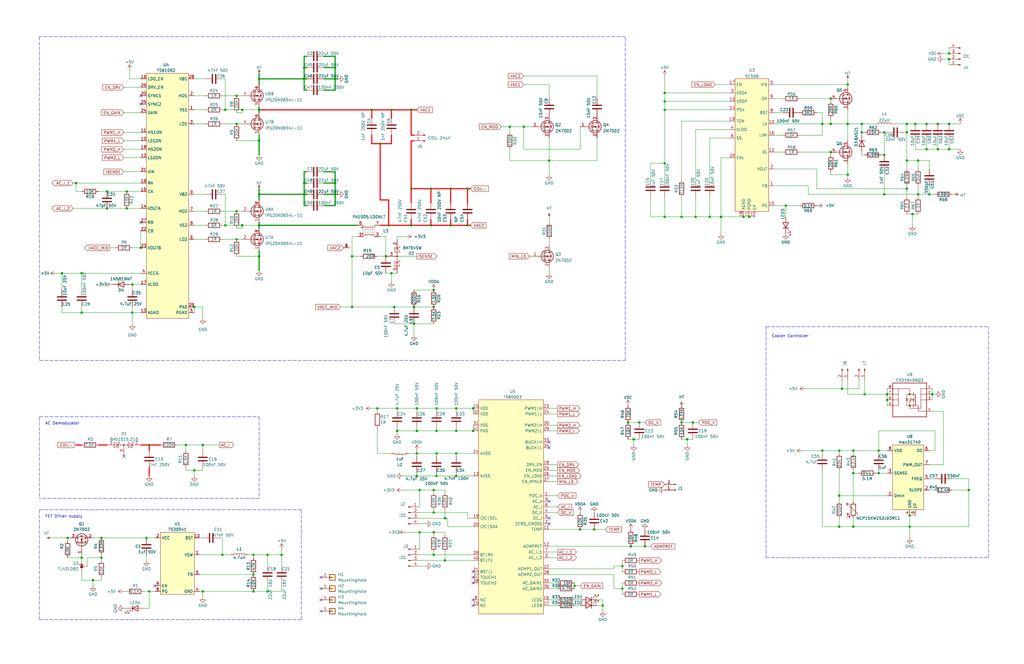
<source format=kicad_sch>
(kicad_sch (version 20211123) (generator eeschema)
  (paper "User" 461.797 299.39)
  (junction (at 185.42 85.09))
  (junction (at 106.68 107.95))
  (junction (at 307.34 97.79))
  (junction (at 179.07 184.15))
  (junction (at 379.73 175.26))
  (junction (at 337.82 97.79))
  (junction (at 57.15 93.98))
  (junction (at 195.58 240.03))
  (junction (at 187.96 194.31))
  (junction (at 195.58 250.19))
  (junction (at 194.31 101.6))
  (junction (at 116.84 101.6))
  (junction (at 299.72 73.66))
  (junction (at 261.62 238.76))
  (junction (at 179.07 194.31))
  (junction (at 422.91 55.88))
  (junction (at 335.28 97.79))
  (junction (at 34.29 82.55))
  (junction (at 137.16 30.48))
  (junction (at 101.6 101.6))
  (junction (at 313.69 97.79))
  (junction (at 400.05 177.8))
  (junction (at 412.75 55.88))
  (junction (at 187.96 184.15))
  (junction (at 408.94 59.69))
  (junction (at 176.53 123.19))
  (junction (at 48.26 86.36))
  (junction (at 378.46 223.52))
  (junction (at 196.85 214.63))
  (junction (at 388.62 59.69))
  (junction (at 100.33 250.19))
  (junction (at 419.1 87.63))
  (junction (at 120.65 266.7))
  (junction (at 67.31 266.7))
  (junction (at 427.99 24.13))
  (junction (at 195.58 138.43))
  (junction (at 57.15 86.36))
  (junction (at 411.48 96.52))
  (junction (at 151.13 87.63))
  (junction (at 189.23 240.03))
  (junction (at 91.44 200.66))
  (junction (at 87.63 212.09))
  (junction (at 312.42 190.5))
  (junction (at 176.53 49.53))
  (junction (at 408.94 72.39))
  (junction (at 398.78 69.85))
  (junction (at 398.78 87.63))
  (junction (at 396.24 203.2))
  (junction (at 36.83 140.97))
  (junction (at 408.94 85.09))
  (junction (at 116.84 87.63))
  (junction (at 288.29 190.5))
  (junction (at 299.72 45.72))
  (junction (at 229.87 57.15))
  (junction (at 170.18 184.15))
  (junction (at 63.5 111.76))
  (junction (at 382.27 78.74))
  (junction (at 420.37 177.8))
  (junction (at 410.21 237.49))
  (junction (at 114.3 266.7))
  (junction (at 436.88 220.98))
  (junction (at 210.82 101.6))
  (junction (at 67.31 200.66))
  (junction (at 27.94 123.19))
  (junction (at 185.42 101.6))
  (junction (at 116.84 35.56))
  (junction (at 196.85 194.31))
  (junction (at 205.74 184.15))
  (junction (at 259.08 264.16))
  (junction (at 171.45 64.77))
  (junction (at 194.31 85.09))
  (junction (at 187.96 204.47))
  (junction (at 158.75 138.43))
  (junction (at 205.74 214.63))
  (junction (at 374.65 68.58))
  (junction (at 280.67 255.27))
  (junction (at 36.83 123.19))
  (junction (at 382.27 55.88))
  (junction (at 106.68 95.25))
  (junction (at 45.72 242.57))
  (junction (at 400.05 180.34))
  (junction (at 186.69 138.43))
  (junction (at 137.16 35.56))
  (junction (at 114.3 250.19))
  (junction (at 299.72 41.91))
  (junction (at 210.82 85.09))
  (junction (at 196.85 184.15))
  (junction (at 109.22 49.53))
  (junction (at 120.65 250.19))
  (junction (at 106.68 43.18))
  (junction (at 370.84 55.88))
  (junction (at 271.78 273.05))
  (junction (at 396.24 213.36))
  (junction (at 213.36 184.15))
  (junction (at 186.69 146.05))
  (junction (at 116.84 63.5))
  (junction (at 213.36 194.31))
  (junction (at 388.62 55.88))
  (junction (at 309.88 198.12))
  (junction (at 285.75 198.12))
  (junction (at 158.75 115.57))
  (junction (at 236.22 57.15))
  (junction (at 177.8 138.43))
  (junction (at 137.16 87.63))
  (junction (at 427.99 67.31))
  (junction (at 91.44 266.7))
  (junction (at 36.83 251.46))
  (junction (at 417.83 67.31))
  (junction (at 167.64 49.53))
  (junction (at 247.65 72.39))
  (junction (at 203.2 85.09))
  (junction (at 374.65 44.45))
  (junction (at 384.81 213.36))
  (junction (at 116.84 115.57))
  (junction (at 354.33 92.71))
  (junction (at 320.04 97.79))
  (junction (at 195.58 231.14))
  (junction (at 378.46 203.2))
  (junction (at 382.27 38.1))
  (junction (at 267.97 238.76))
  (junction (at 137.16 82.55))
  (junction (at 185.42 49.53))
  (junction (at 151.13 30.48))
  (junction (at 205.74 204.47))
  (junction (at 307.34 190.5))
  (junction (at 205.74 194.31))
  (junction (at 195.58 220.98))
  (junction (at 127 250.19))
  (junction (at 116.84 49.53))
  (junction (at 59.69 140.97))
  (junction (at 410.21 232.41))
  (junction (at 408.94 55.88))
  (junction (at 173.99 115.57))
  (junction (at 83.82 200.66))
  (junction (at 290.83 246.38))
  (junction (at 41.91 261.62))
  (junction (at 196.85 204.47))
  (junction (at 284.48 246.38))
  (junction (at 59.69 128.27))
  (junction (at 48.26 93.98))
  (junction (at 203.2 101.6))
  (junction (at 151.13 82.55))
  (junction (at 189.23 220.98))
  (junction (at 283.21 190.5))
  (junction (at 374.65 55.88))
  (junction (at 151.13 35.56))
  (junction (at 417.83 55.88))
  (junction (at 389.89 177.8))
  (junction (at 325.12 97.79))
  (junction (at 175.26 101.6))
  (junction (at 384.81 237.49))
  (junction (at 414.02 72.39))
  (junction (at 200.66 252.73))
  (junction (at 187.96 214.63))
  (junction (at 422.91 67.31))
  (junction (at 398.78 59.69))
  (junction (at 299.72 49.53))
  (junction (at 66.04 242.57))
  (junction (at 30.48 242.57))
  (junction (at 45.72 251.46))
  (junction (at 370.84 203.2))
  (junction (at 114.3 259.08))
  (junction (at 106.68 55.88))
  (junction (at 427.99 55.88))
  (junction (at 200.66 233.68))
  (junction (at 384.81 203.2))
  (junction (at 109.22 101.6))
  (junction (at 378.46 237.49))
  (junction (at 195.58 130.81))
  (junction (at 87.63 138.43))
  (junction (at 101.6 49.53))
  (junction (at 414.02 87.63))
  (junction (at 299.72 97.79))
  (junction (at 427.99 26.67))
  (junction (at 280.67 265.43))
  (no_connect (at 247.65 226.06))
  (no_connect (at 247.65 233.68))
  (no_connect (at 247.65 236.22))
  (no_connect (at 144.78 260.35))
  (no_connect (at 144.78 265.43))
  (no_connect (at 144.78 270.51))
  (no_connect (at 144.78 275.59))
  (no_connect (at 213.36 257.81))
  (no_connect (at 213.36 260.35))
  (no_connect (at 213.36 262.89))
  (no_connect (at 213.36 270.51))
  (no_connect (at 213.36 273.05))
  (no_connect (at 63.5 100.33))
  (no_connect (at 63.5 43.18))
  (no_connect (at 63.5 46.99))
  (no_connect (at 69.85 264.16))
  (no_connect (at 55.88 205.74))
  (no_connect (at 247.65 199.39))
  (no_connect (at 247.65 201.93))
  (wire (pts (xy 429.26 220.98) (xy 436.88 220.98)))
  (wire (pts (xy 398.78 59.69) (xy 398.78 69.85)))
  (wire (pts (xy 398.78 69.85) (xy 397.51 69.85)))
  (wire (pts (xy 44.45 200.66) (xy 48.26 200.66)) (stroke (width 0.5) (color 255 0 9 1)))
  (wire (pts (xy 408.94 72.39) (xy 414.02 72.39)))
  (wire (pts (xy 414.02 72.39) (xy 414.02 76.2)))
  (wire (pts (xy 158.75 106.68) (xy 158.75 115.57)))
  (wire (pts (xy 158.75 115.57) (xy 162.56 115.57)))
  (wire (pts (xy 161.29 106.68) (xy 158.75 106.68)))
  (wire (pts (xy 146.05 87.63) (xy 151.13 87.63)) (stroke (width 0.5)))
  (wire (pts (xy 397.51 59.69) (xy 398.78 59.69)))
  (wire (pts (xy 398.78 59.69) (xy 400.05 59.69)))
  (wire (pts (xy 116.84 115.57) (xy 116.84 121.92)) (stroke (width 0.5)))
  (wire (pts (xy 414.02 72.39) (xy 419.1 72.39)))
  (wire (pts (xy 419.1 72.39) (xy 419.1 76.2)))
  (wire (pts (xy 427.99 26.67) (xy 427.99 29.21)))
  (wire (pts (xy 100.33 95.25) (xy 106.68 95.25)))
  (wire (pts (xy 106.68 95.25) (xy 109.22 95.25)))
  (wire (pts (xy 185.42 101.6) (xy 194.31 101.6)) (stroke (width 0.5) (color 255 0 8 1)))
  (wire (pts (xy 194.31 101.6) (xy 203.2 101.6)) (stroke (width 0.5) (color 255 0 8 1)))
  (polyline (pts (xy 345.44 147.32) (xy 345.44 251.46)))
  (polyline (pts (xy 345.44 147.32) (xy 445.77 147.32)))
  (polyline (pts (xy 345.44 251.46) (xy 445.77 251.46)))
  (polyline (pts (xy 445.77 251.46) (xy 445.77 147.32)))
  (wire (pts (xy 189.23 240.03) (xy 189.23 247.65)))
  (wire (pts (xy 137.16 77.47) (xy 138.43 77.47)) (stroke (width 0.5)))
  (wire (pts (xy 80.01 200.66) (xy 83.82 200.66)))
  (wire (pts (xy 83.82 200.66) (xy 83.82 203.2)))
  (wire (pts (xy 349.25 44.45) (xy 353.06 44.45)))
  (wire (pts (xy 238.76 115.57) (xy 240.03 115.57)))
  (wire (pts (xy 87.63 107.95) (xy 92.71 107.95)))
  (wire (pts (xy 313.69 88.9) (xy 313.69 97.79)))
  (wire (pts (xy 185.42 49.53) (xy 185.42 60.96)) (stroke (width 0.5) (color 255 0 8 1)))
  (wire (pts (xy 185.42 60.96) (xy 186.69 60.96)) (stroke (width 0.5) (color 255 0 8 1)))
  (wire (pts (xy 402.59 55.88) (xy 408.94 55.88)))
  (wire (pts (xy 408.94 55.88) (xy 412.75 55.88)))
  (wire (pts (xy 412.75 55.88) (xy 417.83 55.88)))
  (wire (pts (xy 417.83 55.88) (xy 422.91 55.88)))
  (wire (pts (xy 422.91 55.88) (xy 427.99 55.88)))
  (wire (pts (xy 427.99 55.88) (xy 433.07 55.88)))
  (wire (pts (xy 349.25 50.8) (xy 353.06 50.8)))
  (wire (pts (xy 247.65 246.38) (xy 284.48 246.38)))
  (wire (pts (xy 187.96 184.15) (xy 187.96 185.42)))
  (wire (pts (xy 200.66 220.98) (xy 200.66 222.25)))
  (wire (pts (xy 116.84 48.26) (xy 116.84 49.53)) (stroke (width 0.5)))
  (wire (pts (xy 116.84 49.53) (xy 116.84 50.8)) (stroke (width 0.5)))
  (wire (pts (xy 171.45 64.77) (xy 171.45 90.17)) (stroke (width 0.5) (color 255 0 8 1)))
  (wire (pts (xy 171.45 90.17) (xy 175.26 90.17)) (stroke (width 0.5) (color 255 0 8 1)))
  (wire (pts (xy 175.26 90.17) (xy 175.26 101.6)) (stroke (width 0.5) (color 255 0 8 1)))
  (wire (pts (xy 48.26 93.98) (xy 57.15 93.98)))
  (wire (pts (xy 101.6 87.63) (xy 101.6 101.6)))
  (wire (pts (xy 55.88 77.47) (xy 63.5 77.47)))
  (wire (pts (xy 195.58 130.81) (xy 186.69 130.81)))
  (wire (pts (xy 195.58 229.87) (xy 195.58 231.14)))
  (wire (pts (xy 25.4 123.19) (xy 27.94 123.19)))
  (wire (pts (xy 116.84 60.96) (xy 116.84 63.5)) (stroke (width 0.5)))
  (wire (pts (xy 116.84 63.5) (xy 116.84 69.85)) (stroke (width 0.5)))
  (wire (pts (xy 394.97 213.36) (xy 396.24 213.36)))
  (wire (pts (xy 396.24 213.36) (xy 400.05 213.36)))
  (wire (pts (xy 120.65 250.19) (xy 120.65 255.27)))
  (wire (pts (xy 378.46 212.09) (xy 378.46 223.52)))
  (wire (pts (xy 378.46 223.52) (xy 378.46 226.06)))
  (wire (pts (xy 389.89 171.45) (xy 389.89 177.8)))
  (wire (pts (xy 36.83 123.19) (xy 63.5 123.19)))
  (wire (pts (xy 27.94 123.19) (xy 36.83 123.19)))
  (wire (pts (xy 374.65 53.34) (xy 374.65 55.88)))
  (wire (pts (xy 429.26 87.63) (xy 430.53 87.63)))
  (wire (pts (xy 189.23 231.14) (xy 195.58 231.14)))
  (wire (pts (xy 195.58 231.14) (xy 210.82 231.14)))
  (wire (pts (xy 201.93 237.49) (xy 213.36 237.49)))
  (wire (pts (xy 137.16 87.63) (xy 137.16 82.55)) (stroke (width 0.5)))
  (wire (pts (xy 307.34 198.12) (xy 309.88 198.12)))
  (wire (pts (xy 261.62 238.76) (xy 267.97 238.76)))
  (wire (pts (xy 55.88 67.31) (xy 63.5 67.31)))
  (wire (pts (xy 420.37 185.42) (xy 425.45 185.42)))
  (wire (pts (xy 425.45 185.42) (xy 425.45 209.55)))
  (wire (pts (xy 425.45 209.55) (xy 419.1 209.55)))
  (wire (pts (xy 83.82 212.09) (xy 87.63 212.09)))
  (wire (pts (xy 87.63 212.09) (xy 91.44 212.09)))
  (wire (pts (xy 91.44 212.09) (xy 91.44 210.82)))
  (wire (pts (xy 189.23 233.68) (xy 200.66 233.68)))
  (wire (pts (xy 200.66 233.68) (xy 201.93 233.68)))
  (wire (pts (xy 151.13 92.71) (xy 146.05 92.71)) (stroke (width 0.5)))
  (wire (pts (xy 106.68 102.87) (xy 109.22 102.87)))
  (wire (pts (xy 109.22 102.87) (xy 109.22 101.6)))
  (wire (pts (xy 55.88 71.12) (xy 63.5 71.12)))
  (wire (pts (xy 374.65 77.47) (xy 374.65 78.74)))
  (wire (pts (xy 185.42 85.09) (xy 194.31 85.09)) (stroke (width 0.5) (color 255 0 8 1)))
  (wire (pts (xy 185.42 91.44) (xy 185.42 85.09)) (stroke (width 0.5) (color 255 0 8 1)))
  (wire (pts (xy 194.31 85.09) (xy 203.2 85.09)) (stroke (width 0.5) (color 255 0 8 1)))
  (wire (pts (xy 203.2 85.09) (xy 203.2 91.44)) (stroke (width 0.5) (color 255 0 8 1)))
  (wire (pts (xy 146.05 30.48) (xy 151.13 30.48)) (stroke (width 0.5)))
  (wire (pts (xy 151.13 30.48) (xy 151.13 35.56)) (stroke (width 0.5)))
  (wire (pts (xy 151.13 35.56) (xy 151.13 40.64)) (stroke (width 0.5)))
  (wire (pts (xy 151.13 40.64) (xy 146.05 40.64)) (stroke (width 0.5)))
  (wire (pts (xy 312.42 190.5) (xy 314.96 190.5)))
  (wire (pts (xy 412.75 63.5) (xy 412.75 67.31)))
  (wire (pts (xy 412.75 67.31) (xy 417.83 67.31)))
  (wire (pts (xy 417.83 67.31) (xy 422.91 67.31)))
  (wire (pts (xy 422.91 67.31) (xy 427.99 67.31)))
  (wire (pts (xy 427.99 67.31) (xy 433.07 67.31)))
  (wire (pts (xy 171.45 106.68) (xy 173.99 106.68)))
  (wire (pts (xy 173.99 106.68) (xy 173.99 115.57)))
  (wire (pts (xy 173.99 115.57) (xy 170.18 115.57)))
  (wire (pts (xy 100.33 101.6) (xy 101.6 101.6)))
  (wire (pts (xy 36.83 257.81) (xy 36.83 261.62)))
  (wire (pts (xy 36.83 261.62) (xy 41.91 261.62)))
  (wire (pts (xy 41.91 261.62) (xy 45.72 261.62)))
  (wire (pts (xy 45.72 261.62) (xy 45.72 260.35)))
  (wire (pts (xy 247.65 62.23) (xy 247.65 72.39)))
  (wire (pts (xy 247.65 72.39) (xy 247.65 78.74)))
  (wire (pts (xy 247.65 238.76) (xy 261.62 238.76)))
  (wire (pts (xy 325.12 97.79) (xy 325.12 105.41)))
  (wire (pts (xy 360.68 68.58) (xy 374.65 68.58)))
  (wire (pts (xy 83.82 210.82) (xy 83.82 212.09)))
  (wire (pts (xy 87.63 212.09) (xy 87.63 214.63)))
  (wire (pts (xy 181.61 220.98) (xy 189.23 220.98)))
  (wire (pts (xy 189.23 220.98) (xy 195.58 220.98)))
  (wire (pts (xy 186.69 146.05) (xy 186.69 151.13)))
  (wire (pts (xy 22.86 242.57) (xy 30.48 242.57)))
  (wire (pts (xy 30.48 242.57) (xy 31.75 242.57)))
  (wire (pts (xy 299.72 88.9) (xy 299.72 97.79)))
  (wire (pts (xy 368.3 50.8) (xy 370.84 50.8)))
  (wire (pts (xy 370.84 50.8) (xy 370.84 55.88)))
  (wire (pts (xy 27.94 123.19) (xy 27.94 130.81)))
  (wire (pts (xy 410.21 237.49) (xy 410.21 242.57)))
  (wire (pts (xy 229.87 57.15) (xy 229.87 59.69)))
  (wire (pts (xy 187.96 204.47) (xy 187.96 205.74)))
  (wire (pts (xy 196.85 204.47) (xy 187.96 204.47)))
  (wire (pts (xy 205.74 204.47) (xy 196.85 204.47)))
  (wire (pts (xy 213.36 204.47) (xy 205.74 204.47)))
  (wire (pts (xy 195.58 240.03) (xy 195.58 241.3)))
  (wire (pts (xy 101.6 101.6) (xy 109.22 101.6)))
  (wire (pts (xy 109.22 101.6) (xy 116.84 101.6)))
  (wire (pts (xy 167.64 49.53) (xy 167.64 53.34)) (stroke (width 0.5) (color 255 0 8 1)))
  (wire (pts (xy 59.69 140.97) (xy 59.69 146.05)))
  (wire (pts (xy 396.24 203.2) (xy 396.24 204.47)))
  (wire (pts (xy 67.31 274.32) (xy 64.77 274.32)))
  (wire (pts (xy 419.1 220.98) (xy 421.64 220.98)))
  (wire (pts (xy 49.53 111.76) (xy 52.07 111.76)))
  (wire (pts (xy 66.04 250.19) (xy 66.04 252.73)))
  (wire (pts (xy 349.25 76.2) (xy 368.3 76.2)))
  (wire (pts (xy 368.3 76.2) (xy 368.3 85.09)))
  (wire (pts (xy 368.3 85.09) (xy 408.94 85.09)))
  (wire (pts (xy 194.31 85.09) (xy 194.31 91.44)) (stroke (width 0.5) (color 255 0 8 1)))
  (wire (pts (xy 320.04 88.9) (xy 320.04 97.79)))
  (wire (pts (xy 116.84 87.63) (xy 137.16 87.63)) (stroke (width 0.5)))
  (wire (pts (xy 33.02 93.98) (xy 48.26 93.98)))
  (wire (pts (xy 158.75 138.43) (xy 158.75 115.57)))
  (wire (pts (xy 177.8 138.43) (xy 158.75 138.43)))
  (wire (pts (xy 200.66 229.87) (xy 200.66 233.68)))
  (wire (pts (xy 280.67 265.43) (xy 280.67 262.89)))
  (wire (pts (xy 280.67 267.97) (xy 280.67 265.43)))
  (wire (pts (xy 87.63 55.88) (xy 92.71 55.88)))
  (wire (pts (xy 322.58 38.1) (xy 328.93 38.1)))
  (wire (pts (xy 382.27 35.56) (xy 382.27 38.1)))
  (wire (pts (xy 187.96 115.57) (xy 173.99 115.57)))
  (wire (pts (xy 158.75 138.43) (xy 153.67 138.43)))
  (wire (pts (xy 247.65 191.77) (xy 251.46 191.77)))
  (wire (pts (xy 87.63 87.63) (xy 92.71 87.63)))
  (wire (pts (xy 251.46 217.17) (xy 247.65 217.17)))
  (wire (pts (xy 176.53 123.19) (xy 173.99 123.19)))
  (wire (pts (xy 179.07 123.19) (xy 176.53 123.19)))
  (wire (pts (xy 213.36 184.15) (xy 213.36 186.69)))
  (wire (pts (xy 55.88 274.32) (xy 57.15 274.32)))
  (wire (pts (xy 187.96 203.2) (xy 187.96 204.47)))
  (wire (pts (xy 116.84 49.53) (xy 167.64 49.53)) (stroke (width 0.5) (color 255 0 8 1)))
  (wire (pts (xy 167.64 49.53) (xy 176.53 49.53)) (stroke (width 0.5) (color 255 0 8 1)))
  (wire (pts (xy 176.53 49.53) (xy 185.42 49.53)) (stroke (width 0.5) (color 255 0 8 1)))
  (wire (pts (xy 137.16 25.4) (xy 138.43 25.4)) (stroke (width 0.5)))
  (wire (pts (xy 87.63 49.53) (xy 92.71 49.53)))
  (wire (pts (xy 59.69 128.27) (xy 63.5 128.27)))
  (wire (pts (xy 189.23 255.27) (xy 191.77 255.27)))
  (wire (pts (xy 67.31 266.7) (xy 67.31 274.32)))
  (wire (pts (xy 186.69 146.05) (xy 177.8 146.05)))
  (wire (pts (xy 195.58 146.05) (xy 186.69 146.05)))
  (wire (pts (xy 325.12 71.12) (xy 325.12 97.79)))
  (wire (pts (xy 325.12 97.79) (xy 335.28 97.79)))
  (wire (pts (xy 328.93 71.12) (xy 325.12 71.12)))
  (wire (pts (xy 335.28 97.79) (xy 337.82 97.79)))
  (wire (pts (xy 337.82 97.79) (xy 340.36 97.79)))
  (wire (pts (xy 100.33 107.95) (xy 106.68 107.95)))
  (wire (pts (xy 106.68 107.95) (xy 109.22 107.95)))
  (wire (pts (xy 425.45 24.13) (xy 427.99 24.13)))
  (wire (pts (xy 137.16 25.4) (xy 137.16 30.48)) (stroke (width 0.5)))
  (wire (pts (xy 408.94 55.88) (xy 408.94 59.69)))
  (wire (pts (xy 408.94 59.69) (xy 408.94 72.39)))
  (wire (pts (xy 408.94 72.39) (xy 408.94 76.2)))
  (wire (pts (xy 247.65 248.92) (xy 251.46 248.92)))
  (wire (pts (xy 226.06 57.15) (xy 229.87 57.15)))
  (wire (pts (xy 229.87 57.15) (xy 236.22 57.15)))
  (wire (pts (xy 236.22 57.15) (xy 240.03 57.15)))
  (wire (pts (xy 137.16 30.48) (xy 138.43 30.48)) (stroke (width 0.5)))
  (wire (pts (xy 137.16 35.56) (xy 137.16 30.48)) (stroke (width 0.5)))
  (wire (pts (xy 137.16 40.64) (xy 137.16 35.56)) (stroke (width 0.5)))
  (wire (pts (xy 247.65 72.39) (xy 269.24 72.39)))
  (wire (pts (xy 269.24 72.39) (xy 269.24 62.23)))
  (wire (pts (xy 151.13 25.4) (xy 151.13 30.48)) (stroke (width 0.5)))
  (wire (pts (xy 116.84 87.63) (xy 116.84 90.17)) (stroke (width 0.5)))
  (wire (pts (xy 247.65 231.14) (xy 251.46 231.14)))
  (wire (pts (xy 210.82 231.14) (xy 210.82 233.68)))
  (wire (pts (xy 210.82 233.68) (xy 213.36 233.68)))
  (wire (pts (xy 111.76 250.19) (xy 114.3 250.19)))
  (wire (pts (xy 114.3 250.19) (xy 114.3 251.46)))
  (wire (pts (xy 116.84 63.5) (xy 106.68 63.5)))
  (wire (pts (xy 99.06 242.57) (xy 100.33 242.57)))
  (wire (pts (xy 100.33 242.57) (xy 100.33 250.19)))
  (wire (pts (xy 100.33 250.19) (xy 90.17 250.19)))
  (wire (pts (xy 414.02 83.82) (xy 414.02 87.63)))
  (wire (pts (xy 414.02 87.63) (xy 414.02 88.9)))
  (wire (pts (xy 420.37 175.26) (xy 420.37 177.8)))
  (wire (pts (xy 420.37 177.8) (xy 420.37 180.34)))
  (wire (pts (xy 388.62 68.58) (xy 388.62 69.85)))
  (wire (pts (xy 388.62 69.85) (xy 389.89 69.85)))
  (wire (pts (xy 151.13 87.63) (xy 151.13 92.71)) (stroke (width 0.5)))
  (wire (pts (xy 176.53 204.47) (xy 170.18 204.47)))
  (wire (pts (xy 66.04 242.57) (xy 69.85 242.57)))
  (wire (pts (xy 205.74 213.36) (xy 205.74 214.63)))
  (wire (pts (xy 364.49 83.82) (xy 349.25 83.82)))
  (wire (pts (xy 364.49 87.63) (xy 364.49 83.82)))
  (wire (pts (xy 398.78 87.63) (xy 364.49 87.63)))
  (wire (pts (xy 414.02 87.63) (xy 398.78 87.63)))
  (polyline (pts (xy 17.78 187.96) (xy 17.78 224.79)))
  (polyline (pts (xy 17.78 187.96) (xy 116.84 187.96)))
  (polyline (pts (xy 116.84 187.96) (xy 116.84 224.79)))
  (polyline (pts (xy 116.84 224.79) (xy 17.78 224.79)))
  (wire (pts (xy 39.37 251.46) (xy 45.72 251.46)))
  (wire (pts (xy 39.37 255.27) (xy 39.37 251.46)))
  (wire (pts (xy 116.84 113.03) (xy 116.84 115.57)) (stroke (width 0.5)))
  (wire (pts (xy 429.26 215.9) (xy 436.88 215.9)))
  (wire (pts (xy 196.85 204.47) (xy 196.85 205.74)))
  (wire (pts (xy 64.77 266.7) (xy 67.31 266.7)))
  (wire (pts (xy 67.31 266.7) (xy 69.85 266.7)))
  (wire (pts (xy 179.07 193.04) (xy 179.07 194.31)))
  (wire (pts (xy 276.86 255.27) (xy 280.67 255.27)))
  (wire (pts (xy 189.23 220.98) (xy 189.23 228.6)))
  (wire (pts (xy 288.29 190.5) (xy 290.83 190.5)))
  (wire (pts (xy 205.74 204.47) (xy 205.74 205.74)))
  (wire (pts (xy 116.84 33.02) (xy 116.84 35.56)) (stroke (width 0.5)))
  (wire (pts (xy 116.84 35.56) (xy 116.84 38.1)) (stroke (width 0.5)))
  (wire (pts (xy 189.23 250.19) (xy 195.58 250.19)))
  (wire (pts (xy 195.58 250.19) (xy 213.36 250.19)))
  (wire (pts (xy 170.18 184.15) (xy 179.07 184.15)))
  (wire (pts (xy 179.07 184.15) (xy 187.96 184.15)))
  (wire (pts (xy 187.96 184.15) (xy 196.85 184.15)))
  (wire (pts (xy 196.85 184.15) (xy 205.74 184.15)))
  (wire (pts (xy 205.74 184.15) (xy 213.36 184.15)))
  (wire (pts (xy 210.82 85.09) (xy 210.82 91.44)) (stroke (width 0.5) (color 255 0 8 1)))
  (wire (pts (xy 55.88 63.5) (xy 63.5 63.5)))
  (wire (pts (xy 247.65 97.79) (xy 247.65 100.33)))
  (wire (pts (xy 205.74 193.04) (xy 205.74 194.31)))
  (wire (pts (xy 137.16 82.55) (xy 138.43 82.55)) (stroke (width 0.5)))
  (wire (pts (xy 181.61 214.63) (xy 187.96 214.63)))
  (wire (pts (xy 195.58 220.98) (xy 195.58 222.25)))
  (wire (pts (xy 137.16 40.64) (xy 138.43 40.64)) (stroke (width 0.5)))
  (wire (pts (xy 410.21 232.41) (xy 412.75 232.41)))
  (wire (pts (xy 374.65 68.58) (xy 374.65 69.85)))
  (wire (pts (xy 179.07 106.68) (xy 179.07 107.95)))
  (wire (pts (xy 182.88 106.68) (xy 179.07 106.68)))
  (wire (pts (xy 247.65 259.08) (xy 276.86 259.08)))
  (wire (pts (xy 276.86 259.08) (xy 276.86 265.43)))
  (polyline (pts (xy 17.78 16.51) (xy 17.78 162.56)))
  (polyline (pts (xy 17.78 162.56) (xy 281.94 162.56)))
  (polyline (pts (xy 281.94 16.51) (xy 17.78 16.51)))
  (polyline (pts (xy 281.94 162.56) (xy 281.94 16.51)))
  (wire (pts (xy 309.88 198.12) (xy 312.42 198.12)))
  (wire (pts (xy 378.46 204.47) (xy 378.46 203.2)))
  (wire (pts (xy 384.81 203.2) (xy 396.24 203.2)))
  (wire (pts (xy 396.24 203.2) (xy 400.05 203.2)))
  (wire (pts (xy 137.16 87.63) (xy 138.43 87.63)) (stroke (width 0.5)))
  (wire (pts (xy 379.73 171.45) (xy 379.73 175.26)))
  (wire (pts (xy 247.65 209.55) (xy 251.46 209.55)))
  (wire (pts (xy 90.17 259.08) (xy 114.3 259.08)))
  (wire (pts (xy 90.17 266.7) (xy 91.44 266.7)))
  (wire (pts (xy 146.05 35.56) (xy 151.13 35.56)) (stroke (width 0.5)))
  (wire (pts (xy 247.65 265.43) (xy 251.46 265.43)))
  (wire (pts (xy 55.88 39.37) (xy 63.5 39.37)))
  (wire (pts (xy 36.83 123.19) (xy 36.83 130.81)))
  (wire (pts (xy 30.48 242.57) (xy 30.48 243.84)))
  (wire (pts (xy 382.27 49.53) (xy 382.27 55.88)))
  (wire (pts (xy 382.27 55.88) (xy 382.27 63.5)))
  (wire (pts (xy 313.69 58.42) (xy 313.69 81.28)))
  (wire (pts (xy 328.93 58.42) (xy 313.69 58.42)))
  (wire (pts (xy 276.86 265.43) (xy 280.67 265.43)))
  (wire (pts (xy 247.65 186.69) (xy 251.46 186.69)))
  (wire (pts (xy 398.78 77.47) (xy 398.78 87.63)))
  (wire (pts (xy 187.96 214.63) (xy 187.96 213.36)))
  (wire (pts (xy 196.85 214.63) (xy 187.96 214.63)))
  (wire (pts (xy 205.74 214.63) (xy 196.85 214.63)))
  (wire (pts (xy 213.36 214.63) (xy 205.74 214.63)))
  (wire (pts (xy 247.65 120.65) (xy 247.65 123.19)))
  (wire (pts (xy 205.74 184.15) (xy 205.74 185.42)))
  (wire (pts (xy 55.88 59.69) (xy 63.5 59.69)))
  (wire (pts (xy 259.08 273.05) (xy 261.62 273.05)))
  (wire (pts (xy 259.08 262.89) (xy 259.08 264.16)))
  (wire (pts (xy 259.08 264.16) (xy 259.08 265.43)))
  (wire (pts (xy 384.81 237.49) (xy 410.21 237.49)))
  (wire (pts (xy 420.37 177.8) (xy 421.64 177.8)))
  (wire (pts (xy 384.81 212.09) (xy 384.81 213.36)))
  (wire (pts (xy 384.81 213.36) (xy 387.35 213.36)))
  (wire (pts (xy 354.33 92.71) (xy 354.33 97.79)))
  (wire (pts (xy 179.07 184.15) (xy 179.07 185.42)))
  (wire (pts (xy 422.91 63.5) (xy 422.91 67.31)))
  (wire (pts (xy 189.23 236.22) (xy 191.77 236.22)))
  (wire (pts (xy 363.22 175.26) (xy 379.73 175.26)))
  (wire (pts (xy 379.73 175.26) (xy 387.35 175.26)))
  (wire (pts (xy 387.35 171.45) (xy 387.35 175.26)))
  (wire (pts (xy 349.25 68.58) (xy 353.06 68.58)))
  (wire (pts (xy 57.15 93.98) (xy 63.5 93.98)))
  (wire (pts (xy 87.63 35.56) (xy 92.71 35.56)))
  (wire (pts (xy 196.85 184.15) (xy 196.85 185.42)))
  (wire (pts (xy 55.88 266.7) (xy 57.15 266.7)))
  (wire (pts (xy 185.42 99.06) (xy 185.42 101.6)) (stroke (width 0.5) (color 255 0 8 1)))
  (wire (pts (xy 396.24 194.31) (xy 421.64 194.31)))
  (wire (pts (xy 396.24 203.2) (xy 396.24 194.31)))
  (wire (pts (xy 421.64 194.31) (xy 421.64 203.2)))
  (wire (pts (xy 421.64 203.2) (xy 419.1 203.2)))
  (wire (pts (xy 151.13 35.56) (xy 152.4 35.56)) (stroke (width 0.5)))
  (wire (pts (xy 247.65 251.46) (xy 251.46 251.46)))
  (wire (pts (xy 106.68 50.8) (xy 109.22 50.8)))
  (wire (pts (xy 109.22 50.8) (xy 109.22 49.53)))
  (wire (pts (xy 247.65 212.09) (xy 251.46 212.09)))
  (wire (pts (xy 45.72 250.19) (xy 45.72 251.46)))
  (wire (pts (xy 45.72 251.46) (xy 45.72 252.73)))
  (wire (pts (xy 58.42 31.75) (xy 58.42 35.56)))
  (wire (pts (xy 63.5 35.56) (xy 58.42 35.56)))
  (wire (pts (xy 151.13 87.63) (xy 152.4 87.63)) (stroke (width 0.5)))
  (wire (pts (xy 36.83 138.43) (xy 36.83 140.97)))
  (wire (pts (xy 269.24 270.51) (xy 271.78 270.51)))
  (wire (pts (xy 271.78 270.51) (xy 271.78 273.05)))
  (wire (pts (xy 271.78 273.05) (xy 271.78 275.59)))
  (wire (pts (xy 91.44 266.7) (xy 114.3 266.7)))
  (wire (pts (xy 182.88 240.03) (xy 189.23 240.03)))
  (wire (pts (xy 189.23 240.03) (xy 195.58 240.03)))
  (wire (pts (xy 137.16 77.47) (xy 137.16 82.55)) (stroke (width 0.5)))
  (wire (pts (xy 176.53 49.53) (xy 176.53 53.34)) (stroke (width 0.5) (color 255 0 8 1)))
  (wire (pts (xy 87.63 43.18) (xy 92.71 43.18)))
  (wire (pts (xy 382.27 73.66) (xy 382.27 78.74)))
  (wire (pts (xy 382.27 78.74) (xy 382.27 80.01)))
  (wire (pts (xy 203.2 101.6) (xy 203.2 99.06)) (stroke (width 0.5) (color 255 0 8 1)))
  (wire (pts (xy 283.21 198.12) (xy 285.75 198.12)))
  (wire (pts (xy 285.75 198.12) (xy 288.29 198.12)))
  (wire (pts (xy 236.22 34.29) (xy 269.24 34.29)))
  (wire (pts (xy 269.24 44.45) (xy 269.24 34.29)))
  (wire (pts (xy 41.91 261.62) (xy 41.91 264.16)))
  (wire (pts (xy 436.88 215.9) (xy 436.88 220.98)))
  (wire (pts (xy 436.88 220.98) (xy 436.88 237.49)))
  (wire (pts (xy 436.88 237.49) (xy 410.21 237.49)))
  (wire (pts (xy 100.33 35.56) (xy 101.6 35.56)))
  (wire (pts (xy 101.6 35.56) (xy 101.6 49.53)))
  (wire (pts (xy 360.68 44.45) (xy 374.65 44.45)))
  (wire (pts (xy 210.82 99.06) (xy 210.82 101.6)) (stroke (width 0.5) (color 255 0 8 1)))
  (wire (pts (xy 210.82 101.6) (xy 203.2 101.6)) (stroke (width 0.5) (color 255 0 8 1)))
  (wire (pts (xy 212.09 101.6) (xy 210.82 101.6)) (stroke (width 0.5) (color 255 0 8 1)))
  (wire (pts (xy 44.45 86.36) (xy 48.26 86.36)))
  (wire (pts (xy 48.26 86.36) (xy 57.15 86.36)))
  (wire (pts (xy 57.15 86.36) (xy 63.5 86.36)))
  (wire (pts (xy 307.34 88.9) (xy 307.34 97.79)))
  (wire (pts (xy 151.13 82.55) (xy 151.13 87.63)) (stroke (width 0.5)))
  (wire (pts (xy 285.75 198.12) (xy 285.75 200.66)))
  (wire (pts (xy 427.99 63.5) (xy 427.99 67.31)))
  (wire (pts (xy 307.34 190.5) (xy 312.42 190.5)))
  (wire (pts (xy 299.72 49.53) (xy 299.72 73.66)))
  (wire (pts (xy 299.72 73.66) (xy 299.72 81.28)))
  (wire (pts (xy 247.65 270.51) (xy 251.46 270.51)))
  (wire (pts (xy 200.66 248.92) (xy 200.66 252.73)))
  (wire (pts (xy 247.65 273.05) (xy 251.46 273.05)))
  (wire (pts (xy 414.02 87.63) (xy 419.1 87.63)))
  (wire (pts (xy 419.1 87.63) (xy 419.1 83.82)))
  (wire (pts (xy 203.2 85.09) (xy 210.82 85.09)) (stroke (width 0.5) (color 255 0 8 1)))
  (wire (pts (xy 212.09 85.09) (xy 210.82 85.09)) (stroke (width 0.5) (color 255 0 8 1)))
  (wire (pts (xy 259.08 270.51) (xy 261.62 270.51)))
  (wire (pts (xy 116.84 35.56) (xy 137.16 35.56)) (stroke (width 0.5)))
  (wire (pts (xy 171.45 101.6) (xy 175.26 101.6)) (stroke (width 0.5) (color 255 0 8 1)))
  (wire (pts (xy 175.26 101.6) (xy 185.42 101.6)) (stroke (width 0.5) (color 255 0 8 1)))
  (wire (pts (xy 36.83 250.19) (xy 36.83 251.46)))
  (wire (pts (xy 36.83 251.46) (xy 36.83 252.73)))
  (wire (pts (xy 91.44 266.7) (xy 91.44 269.24)))
  (wire (pts (xy 229.87 72.39) (xy 247.65 72.39)))
  (wire (pts (xy 307.34 54.61) (xy 307.34 81.28)))
  (wire (pts (xy 328.93 54.61) (xy 307.34 54.61)))
  (wire (pts (xy 179.07 194.31) (xy 179.07 195.58)))
  (wire (pts (xy 137.16 92.71) (xy 137.16 87.63)) (stroke (width 0.5)))
  (wire (pts (xy 269.24 273.05) (xy 271.78 273.05)))
  (wire (pts (xy 87.63 95.25) (xy 92.71 95.25)))
  (wire (pts (xy 34.29 200.66) (xy 36.83 200.66)) (stroke (width 0.5) (color 255 0 9 1)))
  (wire (pts (xy 247.65 256.54) (xy 276.86 256.54)))
  (wire (pts (xy 276.86 256.54) (xy 276.86 255.27)))
  (wire (pts (xy 189.23 252.73) (xy 200.66 252.73)))
  (wire (pts (xy 200.66 252.73) (xy 213.36 252.73)))
  (wire (pts (xy 374.65 78.74) (xy 382.27 78.74)))
  (wire (pts (xy 195.58 248.92) (xy 195.58 250.19)))
  (wire (pts (xy 63.5 200.66) (xy 67.31 200.66)) (stroke (width 0.5) (color 255 0 9 1)))
  (wire (pts (xy 67.31 200.66) (xy 67.31 203.2)) (stroke (width 0.5) (color 255 0 9 1)))
  (wire (pts (xy 116.84 85.09) (xy 116.84 87.63)) (stroke (width 0.5)))
  (wire (pts (xy 41.91 242.57) (xy 45.72 242.57)))
  (wire (pts (xy 45.72 242.57) (xy 66.04 242.57)))
  (wire (pts (xy 247.65 107.95) (xy 247.65 110.49)))
  (wire (pts (xy 184.15 204.47) (xy 187.96 204.47)))
  (wire (pts (xy 100.33 49.53) (xy 101.6 49.53)))
  (wire (pts (xy 101.6 49.53) (xy 109.22 49.53)))
  (wire (pts (xy 109.22 49.53) (xy 116.84 49.53)))
  (wire (pts (xy 170.18 193.04) (xy 170.18 204.47)))
  (wire (pts (xy 187.96 194.31) (xy 179.07 194.31)))
  (wire (pts (xy 196.85 194.31) (xy 187.96 194.31)))
  (wire (pts (xy 205.74 194.31) (xy 196.85 194.31)))
  (wire (pts (xy 213.36 194.31) (xy 205.74 194.31)))
  (wire (pts (xy 201.93 233.68) (xy 201.93 237.49)))
  (wire (pts (xy 425.45 26.67) (xy 427.99 26.67)))
  (wire (pts (xy 299.72 45.72) (xy 299.72 49.53)))
  (wire (pts (xy 299.72 49.53) (xy 328.93 49.53)))
  (wire (pts (xy 309.88 198.12) (xy 309.88 200.66)))
  (wire (pts (xy 349.25 38.1) (xy 382.27 38.1)))
  (wire (pts (xy 382.27 38.1) (xy 382.27 39.37)))
  (wire (pts (xy 55.88 50.8) (xy 63.5 50.8)))
  (wire (pts (xy 100.33 250.19) (xy 104.14 250.19)))
  (wire (pts (xy 146.05 82.55) (xy 151.13 82.55)) (stroke (width 0.5)))
  (wire (pts (xy 384.81 233.68) (xy 384.81 237.49)))
  (wire (pts (xy 186.69 138.43) (xy 177.8 138.43)))
  (wire (pts (xy 195.58 138.43) (xy 186.69 138.43)))
  (wire (pts (xy 407.67 59.69) (xy 408.94 59.69)))
  (wire (pts (xy 194.31 99.06) (xy 194.31 101.6)) (stroke (width 0.5) (color 255 0 8 1)))
  (wire (pts (xy 378.46 233.68) (xy 378.46 237.49)))
  (wire (pts (xy 378.46 237.49) (xy 384.81 237.49)))
  (wire (pts (xy 87.63 101.6) (xy 92.71 101.6)))
  (wire (pts (xy 396.24 212.09) (xy 396.24 213.36)))
  (wire (pts (xy 116.84 115.57) (xy 106.68 115.57)))
  (wire (pts (xy 167.64 64.77) (xy 167.64 60.96)) (stroke (width 0.5) (color 255 0 8 1)))
  (wire (pts (xy 171.45 64.77) (xy 167.64 64.77)) (stroke (width 0.5) (color 255 0 8 1)))
  (wire (pts (xy 176.53 60.96) (xy 176.53 64.77)) (stroke (width 0.5) (color 255 0 8 1)))
  (wire (pts (xy 176.53 64.77) (xy 171.45 64.77)) (stroke (width 0.5) (color 255 0 8 1)))
  (wire (pts (xy 349.25 92.71) (xy 354.33 92.71)))
  (wire (pts (xy 354.33 92.71) (xy 360.68 92.71)))
  (wire (pts (xy 410.21 232.41) (xy 410.21 237.49)))
  (wire (pts (xy 247.65 194.31) (xy 251.46 194.31)))
  (wire (pts (xy 34.29 86.36) (xy 34.29 82.55)))
  (wire (pts (xy 36.83 86.36) (xy 34.29 86.36)))
  (wire (pts (xy 63.5 104.14) (xy 63.5 111.76)))
  (wire (pts (xy 293.37 73.66) (xy 293.37 81.28)))
  (wire (pts (xy 299.72 73.66) (xy 293.37 73.66)))
  (wire (pts (xy 236.22 38.1) (xy 247.65 38.1)))
  (wire (pts (xy 247.65 44.45) (xy 247.65 38.1)))
  (wire (pts (xy 388.62 55.88) (xy 388.62 59.69)))
  (wire (pts (xy 33.02 82.55) (xy 34.29 82.55)))
  (wire (pts (xy 34.29 82.55) (xy 63.5 82.55)))
  (wire (pts (xy 187.96 193.04) (xy 187.96 194.31)))
  (wire (pts (xy 67.31 200.66) (xy 72.39 200.66)) (stroke (width 0.5) (color 255 0 9 1)))
  (wire (pts (xy 247.65 223.52) (xy 251.46 223.52)))
  (wire (pts (xy 349.25 55.88) (xy 370.84 55.88)))
  (wire (pts (xy 370.84 55.88) (xy 374.65 55.88)))
  (wire (pts (xy 374.65 55.88) (xy 382.27 55.88)))
  (wire (pts (xy 59.69 128.27) (xy 59.69 130.81)))
  (wire (pts (xy 408.94 83.82) (xy 408.94 85.09)))
  (wire (pts (xy 408.94 85.09) (xy 408.94 88.9)))
  (wire (pts (xy 293.37 88.9) (xy 293.37 97.79)))
  (wire (pts (xy 293.37 97.79) (xy 299.72 97.79)))
  (wire (pts (xy 299.72 97.79) (xy 307.34 97.79)))
  (wire (pts (xy 307.34 97.79) (xy 313.69 97.79)))
  (wire (pts (xy 313.69 97.79) (xy 320.04 97.79)))
  (wire (pts (xy 320.04 97.79) (xy 325.12 97.79)))
  (wire (pts (xy 63.5 111.76) (xy 59.69 111.76)))
  (wire (pts (xy 195.58 220.98) (xy 200.66 220.98)))
  (wire (pts (xy 229.87 67.31) (xy 229.87 72.39)))
  (wire (pts (xy 30.48 251.46) (xy 36.83 251.46)))
  (wire (pts (xy 382.27 55.88) (xy 388.62 55.88)))
  (wire (pts (xy 388.62 55.88) (xy 394.97 55.88)))
  (wire (pts (xy 388.62 59.69) (xy 388.62 60.96)))
  (wire (pts (xy 389.89 59.69) (xy 388.62 59.69)))
  (wire (pts (xy 114.3 250.19) (xy 120.65 250.19)))
  (wire (pts (xy 283.21 190.5) (xy 288.29 190.5)))
  (wire (pts (xy 100.33 43.18) (xy 106.68 43.18)))
  (wire (pts (xy 106.68 43.18) (xy 109.22 43.18)))
  (wire (pts (xy 67.31 210.82) (xy 67.31 214.63)) (stroke (width 0.5) (color 255 0 9 1)))
  (wire (pts (xy 83.82 200.66) (xy 91.44 200.66)))
  (wire (pts (xy 91.44 200.66) (xy 91.44 203.2)))
  (wire (pts (xy 320.04 62.23) (xy 320.04 81.28)))
  (wire (pts (xy 328.93 62.23) (xy 320.04 62.23)))
  (wire (pts (xy 87.63 138.43) (xy 91.44 138.43)))
  (wire (pts (xy 91.44 138.43) (xy 91.44 143.51)))
  (wire (pts (xy 419.1 215.9) (xy 421.64 215.9)))
  (wire (pts (xy 299.72 41.91) (xy 299.72 45.72)))
  (wire (pts (xy 299.72 45.72) (xy 328.93 45.72)))
  (wire (pts (xy 90.17 242.57) (xy 91.44 242.57)))
  (wire (pts (xy 290.83 246.38) (xy 293.37 246.38)))
  (wire (pts (xy 236.22 57.15) (xy 236.22 67.31)))
  (wire (pts (xy 236.22 67.31) (xy 261.62 67.31)))
  (wire (pts (xy 261.62 67.31) (xy 261.62 57.15)))
  (wire (pts (xy 378.46 203.2) (xy 384.81 203.2)))
  (wire (pts (xy 114.3 266.7) (xy 120.65 266.7)))
  (wire (pts (xy 127 262.89) (xy 127 266.7)))
  (wire (pts (xy 127 266.7) (xy 120.65 266.7)))
  (wire (pts (xy 247.65 262.89) (xy 251.46 262.89)))
  (wire (pts (xy 137.16 35.56) (xy 138.43 35.56)) (stroke (width 0.5)))
  (wire (pts (xy 427.99 21.59) (xy 427.99 24.13)))
  (wire (pts (xy 100.33 87.63) (xy 101.6 87.63)))
  (wire (pts (xy 247.65 184.15) (xy 251.46 184.15)))
  (wire (pts (xy 213.36 191.77) (xy 213.36 194.31)))
  (polyline (pts (xy 17.78 229.87) (xy 17.78 279.4)))
  (polyline (pts (xy 17.78 229.87) (xy 135.89 229.87)))
  (polyline (pts (xy 135.89 229.87) (xy 135.89 279.4)))
  (polyline (pts (xy 135.89 279.4) (xy 17.78 279.4)))
  (wire (pts (xy 370.84 203.2) (xy 370.84 204.47)))
  (wire (pts (xy 370.84 203.2) (xy 378.46 203.2)))
  (wire (pts (xy 167.64 184.15) (xy 170.18 184.15)))
  (wire (pts (xy 116.84 100.33) (xy 116.84 101.6)) (stroke (width 0.5)))
  (wire (pts (xy 267.97 238.76) (xy 273.05 238.76)))
  (wire (pts (xy 116.84 101.6) (xy 116.84 102.87)) (stroke (width 0.5)))
  (wire (pts (xy 196.85 213.36) (xy 196.85 214.63)))
  (wire (pts (xy 120.65 262.89) (xy 120.65 266.7)))
  (wire (pts (xy 146.05 25.4) (xy 151.13 25.4)) (stroke (width 0.5)))
  (wire (pts (xy 384.81 213.36) (xy 384.81 226.06)))
  (wire (pts (xy 146.05 77.47) (xy 151.13 77.47)) (stroke (width 0.5)))
  (wire (pts (xy 151.13 77.47) (xy 151.13 82.55)) (stroke (width 0.5)))
  (wire (pts (xy 87.63 138.43) (xy 87.63 140.97)))
  (wire (pts (xy 100.33 55.88) (xy 106.68 55.88)))
  (wire (pts (xy 106.68 55.88) (xy 109.22 55.88)))
  (wire (pts (xy 382.27 171.45) (xy 382.27 177.8)))
  (wire (pts (xy 382.27 177.8) (xy 389.89 177.8)))
  (wire (pts (xy 389.89 177.8) (xy 400.05 177.8)))
  (wire (pts (xy 408.94 96.52) (xy 411.48 96.52)))
  (wire (pts (xy 411.48 96.52) (xy 414.02 96.52)))
  (wire (pts (xy 137.16 92.71) (xy 138.43 92.71)) (stroke (width 0.5)))
  (wire (pts (xy 247.65 228.6) (xy 251.46 228.6)))
  (wire (pts (xy 27.94 140.97) (xy 27.94 138.43)))
  (wire (pts (xy 116.84 101.6) (xy 161.29 101.6)) (stroke (width 0.5)))
  (wire (pts (xy 370.84 212.09) (xy 370.84 237.49)))
  (wire (pts (xy 370.84 237.49) (xy 378.46 237.49)))
  (wire (pts (xy 280.67 255.27) (xy 280.67 252.73)))
  (wire (pts (xy 280.67 257.81) (xy 280.67 255.27)))
  (wire (pts (xy 349.25 60.96) (xy 353.06 60.96)))
  (wire (pts (xy 127 247.65) (xy 127 250.19)))
  (wire (pts (xy 195.58 240.03) (xy 200.66 240.03)))
  (wire (pts (xy 299.72 34.29) (xy 299.72 41.91)))
  (wire (pts (xy 299.72 41.91) (xy 328.93 41.91)))
  (wire (pts (xy 58.42 128.27) (xy 59.69 128.27)))
  (wire (pts (xy 36.83 140.97) (xy 27.94 140.97)))
  (wire (pts (xy 59.69 140.97) (xy 36.83 140.97)))
  (wire (pts (xy 120.65 250.19) (xy 127 250.19)))
  (wire (pts (xy 127 250.19) (xy 127 255.27)))
  (wire (pts (xy 170.18 184.15) (xy 170.18 185.42)))
  (wire (pts (xy 59.69 140.97) (xy 59.69 138.43)))
  (wire (pts (xy 59.69 140.97) (xy 63.5 140.97)))
  (wire (pts (xy 361.95 203.2) (xy 370.84 203.2)))
  (wire (pts (xy 200.66 240.03) (xy 200.66 241.3)))
  (wire (pts (xy 185.42 63.5) (xy 186.69 63.5)) (stroke (width 0.5) (color 255 0 8 1)))
  (wire (pts (xy 185.42 85.09) (xy 185.42 63.5)) (stroke (width 0.5) (color 255 0 8 1)))
  (wire (pts (xy 417.83 63.5) (xy 417.83 67.31)))
  (wire (pts (xy 400.05 175.26) (xy 400.05 177.8)))
  (wire (pts (xy 400.05 177.8) (xy 400.05 180.34)))
  (wire (pts (xy 400.05 180.34) (xy 400.05 182.88)))
  (wire (pts (xy 384.81 203.2) (xy 384.81 204.47)))
  (wire (pts (xy 187.96 49.53) (xy 185.42 49.53)) (stroke (width 0.5) (color 255 0 8 1)))
  (wire (pts (xy 360.68 60.96) (xy 370.84 60.96)))
  (wire (pts (xy 370.84 60.96) (xy 370.84 55.88)))
  (wire (pts (xy 284.48 246.38) (xy 290.83 246.38)))
  (wire (pts (xy 411.48 96.52) (xy 411.48 101.6)))
  (wire (pts (xy 378.46 223.52) (xy 400.05 223.52)))
  (wire (pts (xy 247.65 214.63) (xy 251.46 214.63)))
  (wire (pts (xy 374.65 44.45) (xy 374.65 45.72)))
  (wire (pts (xy 196.85 193.04) (xy 196.85 194.31)))
  (wire (pts (xy 419.1 87.63) (xy 421.64 87.63)))
  (wire (pts (xy 261.62 264.16) (xy 259.08 264.16)))
  (wire (pts (xy 176.53 123.19) (xy 176.53 127)))
  (wire (pts (xy 91.44 200.66) (xy 99.06 200.66)))
  (text "Cooler Controller" (at 347.98 152.4 0) (effects (font (size 1.27 1.27)) (justify left bottom)))
  (text "AC Demodulator" (at 20.32 191.77 0) (effects (font (size 1.27 1.27)) (justify left bottom)))
  (text "FET Driver supply" (at 20.32 233.68 0) (effects (font (size 1.27 1.27)) (justify left bottom)))
  (global_label "VACC_MID" (shape output) (at 49.53 111.76 180) (property "Intersheet References" "${INTERSHEET_REFS}" (effects hide)))
  (global_label "PDC_V" (shape input) (at 314.96 190.5 0) (property "Intersheet References" "${INTERSHEET_REFS}" (effects hide)))
  (global_label "PWM2_L" (shape output) (at 288.29 257.81 0) (property "Intersheet References" "${INTERSHEET_REFS}" (effects hide)))
  (global_label "TEMP" (shape input) (at 299.72 218.44 180) (property "Intersheet References" "${INTERSHEET_REFS}" (effects hide)))
  (global_label "VAC2" (shape input) (at 236.22 34.29 180) (property "Intersheet References" "${INTERSHEET_REFS}" (effects hide)))
  (global_label "VAC2" (shape input) (at 154.94 111.76 180) (property "Intersheet References" "${INTERSHEET_REFS}" (effects hide)))
  (global_label "MIN_LD" (shape output) (at 251.46 217.17 0) (property "Intersheet References" "${INTERSHEET_REFS}" (effects hide)))
  (global_label "PWM2_H" (shape output) (at 288.29 262.89 0) (property "Intersheet References" "${INTERSHEET_REFS}" (effects hide)))
  (global_label "EN_GAIN" (shape input) (at 55.88 50.8 180) (property "Intersheet References" "${INTERSHEET_REFS}" (effects hide)))
  (global_label "PWM1_L" (shape output) (at 251.46 186.69 0) (property "Intersheet References" "${INTERSHEET_REFS}" (effects hide)))
  (global_label "VAC1" (shape input) (at 236.22 38.1 180) (property "Intersheet References" "${INTERSHEET_REFS}" (effects hide)))
  (global_label "VACC_MID" (shape input) (at 153.67 138.43 180) (property "Intersheet References" "${INTERSHEET_REFS}" (effects hide)))
  (global_label "PWM1_L" (shape output) (at 288.29 267.97 0) (property "Intersheet References" "${INTERSHEET_REFS}" (effects hide)))
  (global_label "EN_LOAD" (shape output) (at 251.46 214.63 0) (property "Intersheet References" "${INTERSHEET_REFS}" (effects hide)))
  (global_label "EN_DRV" (shape input) (at 55.88 39.37 180) (property "Intersheet References" "${INTERSHEET_REFS}" (effects hide)))
  (global_label "PDC_V" (shape input) (at 251.46 223.52 0) (property "Intersheet References" "${INTERSHEET_REFS}" (effects hide)))
  (global_label "PWM1_H" (shape input) (at 55.88 59.69 180) (property "Intersheet References" "${INTERSHEET_REFS}" (effects hide)))
  (global_label "ISENSE" (shape input) (at 55.88 77.47 180) (property "Intersheet References" "${INTERSHEET_REFS}" (effects hide)))
  (global_label "EN_MOD" (shape output) (at 251.46 212.09 0) (property "Intersheet References" "${INTERSHEET_REFS}" (effects hide)))
  (global_label "EN_DRV" (shape output) (at 251.46 209.55 0) (property "Intersheet References" "${INTERSHEET_REFS}" (effects hide)))
  (global_label "PWM2_H" (shape output) (at 251.46 191.77 0) (property "Intersheet References" "${INTERSHEET_REFS}" (effects hide)))
  (global_label "DC_V" (shape input) (at 290.83 190.5 0) (property "Intersheet References" "${INTERSHEET_REFS}" (effects hide)))
  (global_label "PWM2_L" (shape input) (at 55.88 71.12 180) (property "Intersheet References" "${INTERSHEET_REFS}" (effects hide)))
  (global_label "AC_I_1" (shape output) (at 251.46 248.92 0) (property "Intersheet References" "${INTERSHEET_REFS}" (effects hide)))
  (global_label "AC_I_1" (shape bidirectional) (at 33.02 82.55 180) (property "Intersheet References" "${INTERSHEET_REFS}" (effects hide)))
  (global_label "TEMP" (shape input) (at 273.05 238.76 0) (property "Intersheet References" "${INTERSHEET_REFS}" (effects hide)))
  (global_label "AC_I" (shape output) (at 99.06 200.66 0) (property "Intersheet References" "${INTERSHEET_REFS}" (effects hide)))
  (global_label "ACMPREF" (shape input) (at 293.37 246.38 0) (property "Intersheet References" "${INTERSHEET_REFS}" (effects hide)))
  (global_label "MIN_LD" (shape input) (at 238.76 115.57 180) (property "Intersheet References" "${INTERSHEET_REFS}" (effects hide)))
  (global_label "PWM2_L" (shape output) (at 251.46 194.31 0) (property "Intersheet References" "${INTERSHEET_REFS}" (effects hide)))
  (global_label "AC_I_2" (shape output) (at 251.46 251.46 0) (property "Intersheet References" "${INTERSHEET_REFS}" (effects hide)))
  (global_label "COIL-" (shape input) (at 212.09 85.09 0) (property "Intersheet References" "${INTERSHEET_REFS}" (effects hide)))
  (global_label "PWM1_H" (shape output) (at 288.29 252.73 0) (property "Intersheet References" "${INTERSHEET_REFS}" (effects hide)))
  (global_label "EN_GAIN" (shape input) (at 261.62 264.16 0) (property "Intersheet References" "${INTERSHEET_REFS}" (effects hide)))
  (global_label "COIL-" (shape input) (at 34.29 200.66 180) (property "Intersheet References" "${INTERSHEET_REFS}" (effects hide)))
  (global_label "ISENSE" (shape output) (at 187.96 115.57 0) (property "Intersheet References" "${INTERSHEET_REFS}" (effects hide)))
  (global_label "AC_I" (shape input) (at 251.46 228.6 0) (property "Intersheet References" "${INTERSHEET_REFS}" (effects hide)))
  (global_label "DC_V" (shape input) (at 251.46 231.14 0) (property "Intersheet References" "${INTERSHEET_REFS}" (effects hide)))
  (global_label "VAC1" (shape input) (at 187.96 49.53 0) (property "Intersheet References" "${INTERSHEET_REFS}" (effects hide)))
  (global_label "PWM2_H" (shape input) (at 55.88 67.31 180) (property "Intersheet References" "${INTERSHEET_REFS}" (effects hide)))
  (global_label "PWM1_H" (shape output) (at 251.46 184.15 0) (property "Intersheet References" "${INTERSHEET_REFS}" (effects hide)))
  (global_label "EN_MOD" (shape input) (at 226.06 57.15 180) (property "Intersheet References" "${INTERSHEET_REFS}" (effects hide)))
  (global_label "VAC2" (shape input) (at 212.09 101.6 0) (property "Intersheet References" "${INTERSHEET_REFS}" (effects hide)))
  (global_label "EN_LOAD" (shape input) (at 322.58 38.1 180) (property "Intersheet References" "${INTERSHEET_REFS}" (effects hide)))
  (global_label "AC_I_2" (shape bidirectional) (at 33.02 93.98 180) (property "Intersheet References" "${INTERSHEET_REFS}" (effects hide)))
  (global_label "PWM1_L" (shape input) (at 55.88 63.5 180) (property "Intersheet References" "${INTERSHEET_REFS}" (effects hide)))
  (symbol (lib_id "power:+3V3") (at 167.64 184.15 90) (unit 1)
    (property "Reference" "#PWR025" (effects hide))
    (property "Value" "+3V3" (at 163.83 184.15 90) (effects (justify left)))
  )
  (symbol (lib_id "power:VDC") (at 283.21 182.88 0) (unit 1)
    (property "Reference" "#PWR017" (effects hide))
    (property "Value" "VDC" (at 283.21 179.2755 0))
  )
  (symbol (lib_id "Transistor_FET:BSC100N10NSFG") (at 379.73 44.45 0) (unit 1)
    (property "Reference" "Q5" (at 377.19 40.64 0) (effects (justify left)))
    (property "Value" "BSC100N06L" (effects hide))
    (property "Footprint" "Package_TO_SOT_SMD:TDSON-8-1" (effects hide))
    (property "Datasheet" "http://www.infineon.com/dgdl/Infineon-BSC100N10NSF-DS-v02_08-en.pdf?fileId=db3a30431b3e89eb011b49a75b607b57" (effects hide))
  )
  (symbol (lib_id "Device:R") (at 393.7 59.69 270) (unit 1)
    (property "Reference" "R62" (at 391.7756 57.5288 90) (effects (justify left)))
    (property "Value" "10K" (at 391.5991 59.7056 90) (effects (justify left)))
    (property "Footprint" "Resistor_SMD:R_0402_1005Metric" (effects hide))
  )
  (symbol (lib_id "Device:R") (at 40.64 86.36 90) (unit 1)
    (property "Reference" "R19" (at 42.5546 88.6771 90) (effects (justify left)))
    (property "Value" "10K" (at 42.5546 86.4182 90) (effects (justify left)))
    (property "Footprint" "Resistor_SMD:R_0402_1005Metric" (effects hide))
  )
  (symbol (lib_id "Transistor_FET:2N7002") (at 245.11 115.57 0) (unit 1)
    (property "Reference" "Q3" (at 250.317 114.6615 0) (effects (justify left)))
    (property "Value" "2N7002" (at 250.317 117.4366 0) (effects (justify left)))
    (property "Footprint" "Package_TO_SOT_SMD:SOT-23" (effects hide))
    (property "Datasheet" "https://www.onsemi.com/pub/Collateral/NDS7002A-D.PDF" (effects hide))
  )
  (symbol (lib_id "Device:C") (at 398.78 73.66 180) (unit 1)
    (property "Reference" "C32" (at 400.05 74.93 90) (effects (justify left)))
    (property "Value" "1nF 50V" (at 397.51 74.93 90) (effects (justify left)))
    (property "Footprint" "Capacitor_SMD:C_0402_1005Metric" (effects hide))
  )
  (symbol (lib_id "Device:C") (at 293.37 85.09 180) (unit 1)
    (property "Reference" "C15" (at 292.1 80.01 90) (effects (justify left)))
    (property "Value" "1uF 50V" (at 294.64 76.2 90) (effects (justify left)))
    (property "Footprint" "Capacitor_SMD:C_0402_1005Metric" (effects hide))
  )
  (symbol (lib_id "power:VDDA") (at 261.62 231.14 0) (unit 1)
    (property "Reference" "#PWR042" (effects hide))
    (property "Value" "VDDA" (at 261.62 227.33 0))
  )
  (symbol (lib_id "power:+5V") (at 363.22 175.26 90) (unit 1)
    (property "Reference" "#PWR0105" (effects hide))
    (property "Value" "+5V" (at 355.6 175.26 90) (effects (justify right)))
  )
  (symbol (lib_id "Device:R") (at 283.21 186.69 180) (unit 1)
    (property "Reference" "R46" (at 280.7409 184.7687 90) (effects (justify left)))
    (property "Value" "75K" (at 283.321 184.6923 90) (effects (justify left)))
    (property "Footprint" "Resistor_SMD:R_0402_1005Metric" (effects hide))
  )
  (symbol (lib_id "Device:R") (at 114.3 262.89 180) (unit 1)
    (property "Reference" "R14" (at 112.0634 261.009 90) (effects (justify left)))
    (property "Value" "10K" (at 114.3428 261.0731 90) (effects (justify left)))
    (property "Footprint" "Resistor_SMD:R_0402_1005Metric" (effects hide))
  )
  (symbol (lib_id "power:HT") (at 22.86 242.57 90) (mirror x) (unit 1)
    (property "Reference" "#PWR01" (effects hide))
    (property "Value" "HT" (at 19.6851 240.509 90) (effects (justify right)))
  )
  (symbol (lib_id "Device:C") (at 142.24 87.63 270) (unit 1)
    (property "Reference" "C49" (at 137.16 86.36 90) (effects (justify left)))
    (property "Value" "22uF 50V" (at 143.51 86.36 90) (effects (justify left)))
    (property "Footprint" "Capacitor_SMD:C_0805_2012Metric" (effects hide))
  )
  (symbol (lib_id "Device:C") (at 127 259.08 0) (unit 1)
    (property "Reference" "C21" (at 127 256.54 0) (effects (justify left)))
    (property "Value" "22uF 16V" (at 128.27 270.51 90) (effects (justify left)))
    (property "Footprint" "Capacitor_SMD:C_0603_1608Metric" (effects hide))
  )
  (symbol (lib_id "power:GND") (at 191.77 236.22 90) (unit 1)
    (property "Reference" "#PWR0104" (effects hide))
    (property "Value" "GND" (at 196.85 236.22 90))
  )
  (symbol (lib_id "Device:R") (at 356.87 68.58 270) (unit 1)
    (property "Reference" "R58" (at 354.9841 66.5006 90) (effects (justify left)))
    (property "Value" "1R" (at 355.6 68.58 90) (effects (justify left)))
    (property "Footprint" "Resistor_SMD:R_0402_1005Metric" (effects hide))
  )
  (symbol (lib_id "power:+5V") (at 299.72 34.29 0) (unit 1)
    (property "Reference" "#PWR022" (effects hide))
    (property "Value" "+5V" (at 299.72 30.48 0))
  )
  (symbol (lib_id "power:GND") (at 116.84 69.85 0) (unit 1)
    (property "Reference" "#PWR038" (effects hide))
    (property "Value" "GND" (at 116.84 73.66 0))
  )
  (symbol (lib_id "Device:C") (at 196.85 189.23 0) (unit 1)
    (property "Reference" "C29" (at 196.85 186.69 0) (effects (justify left)))
    (property "Value" "100nF 50V" (at 196.85 182.88 90) (effects (justify left)))
    (property "Footprint" "Capacitor_SMD:C_0402_1005Metric" (effects hide))
  )
  (symbol (lib_id "Device:R") (at 364.49 92.71 90) (unit 1)
    (property "Reference" "R69" (at 366.3846 95.0025 90) (effects (justify left)))
    (property "Value" "5.1K" (at 366.7866 92.7914 90) (effects (justify left)))
    (property "Footprint" "Resistor_SMD:R_0402_1005Metric" (effects hide))
  )
  (symbol (lib_id "power:VDC") (at 425.45 24.13 90) (unit 1)
    (property "Reference" "#PWR0108" (effects hide))
    (property "Value" "VDC" (at 420.5755 24.13 90))
  )
  (symbol (lib_id "Device:R") (at 55.88 111.76 270) (mirror x) (unit 1)
    (property "Reference" "R6" (at 54.61 109.22 90) (effects (justify left)))
    (property "Value" "0R" (at 54.61 111.76 90) (effects (justify left)))
    (property "Footprint" "Resistor_SMD:R_0402_1005Metric" (effects hide))
  )
  (symbol (lib_id "Device:C") (at 173.99 119.38 180) (unit 1)
    (property "Reference" "C5" (at 171.45 120.65 0) (effects (justify left)))
    (property "Value" "10pF 50V" (at 172.72 123.19 0) (effects (justify left)))
    (property "Footprint" "Capacitor_SMD:C_0402_1005Metric" (effects hide))
  )
  (symbol (lib_id "power:HT") (at 430.53 87.63 270) (unit 1)
    (property "Reference" "#PWR051" (effects hide))
    (property "Value" "HT" (at 432.943 88.109 90) (effects (justify left)))
  )
  (symbol (lib_id "Device:R") (at 200.66 226.06 0) (unit 1)
    (property "Reference" "R40" (at 203.266 227.9742 90) (effects (justify left)))
    (property "Value" "10K" (at 200.6338 228.0185 90) (effects (justify left)))
    (property "Footprint" "Resistor_SMD:R_0402_1005Metric" (effects hide))
  )
  (symbol (lib_id "Device:R") (at 106.68 111.76 0) (mirror x) (unit 1)
    (property "Reference" "R12" (at 104.5081 109.9536 90) (effects (justify left)))
    (property "Value" "20K" (at 106.758 109.6769 90) (effects (justify left)))
    (property "Footprint" "Resistor_SMD:R_0402_1005Metric" (effects hide))
  )
  (symbol (lib_id "Device:R") (at 408.94 80.01 0) (unit 1)
    (property "Reference" "R64" (at 406.8157 81.9539 90) (effects (justify left)))
    (property "Value" "9.09K" (at 409.0011 82.9188 90) (effects (justify left)))
    (property "Footprint" "Resistor_SMD:R_0402_1005Metric" (effects hide))
  )
  (symbol (lib_id "power:+5V") (at 25.4 123.19 90) (unit 1)
    (property "Reference" "#PWR027" (effects hide))
    (property "Value" "+5V" (at 20.32 123.19 90))
  )
  (symbol (lib_id "Device:C") (at 91.44 207.01 0) (unit 1)
    (property "Reference" "C16" (at 93.98 207.01 0) (effects (justify left)))
    (property "Value" "100nF 50V" (at 91.44 209.55 0) (effects (justify left)))
    (property "Footprint" "Capacitor_SMD:C_0402_1005Metric" (effects hide))
  )
  (symbol (lib_id "Device:C") (at 167.64 57.15 0) (unit 1)
    (property "Reference" "C4" (at 166.37 55.88 90) (effects (justify left)))
    (property "Value" "1nF 250V NP" (at 163.83 63.5 90) (effects (justify left)))
    (property "Footprint" "Capacitor_SMD:C_0603_1608Metric" (effects hide))
  )
  (symbol (lib_id "power:GND") (at 176.53 127 0) (unit 1)
    (property "Reference" "#PWR08" (effects hide))
    (property "Value" "GND" (at 176.53 130.81 0))
  )
  (symbol (lib_id "Device:C") (at 299.72 85.09 180) (unit 1)
    (property "Reference" "C17" (at 298.45 80.01 90) (effects (justify left)))
    (property "Value" "100nF 50V" (at 300.99 73.66 90) (effects (justify left)))
    (property "Footprint" "Capacitor_SMD:C_0402_1005Metric" (effects hide))
  )
  (symbol (lib_id "power:VDC") (at 433.07 55.88 0) (unit 1)
    (property "Reference" "#PWR052" (effects hide))
    (property "Value" "VDC" (at 433.07 52.2755 0))
  )
  (symbol (lib_id "power:GND") (at 382.27 80.01 0) (unit 1)
    (property "Reference" "#PWR049" (effects hide))
    (property "Value" "GND" (at 382.27 83.82 0))
  )
  (symbol (lib_id "power:GND") (at 410.21 242.57 0) (unit 1)
    (property "Reference" "#PWR031" (effects hide))
    (property "Value" "GND" (at 410.21 246.38 0))
  )
  (symbol (lib_id "Connector:Conn_01x04_Male") (at 184.15 231.14 0) (unit 1)
    (property "Reference" "J2" (at 181.61 227.33 0))
    (property "Value" "I2C" (at 181.61 232.41 0))
    (property "Footprint" "Connector_PinHeader_2.00mm:PinHeader_1x04_P2.00mm_Vertical" (effects hide))
  )
  (symbol (lib_id "power:VDDA") (at 187.96 203.2 0) (unit 1)
    (property "Reference" "#PWR030" (effects hide))
    (property "Value" "VDDA" (at 187.96 199.39 0))
  )
  (symbol (lib_id "Device:R") (at 200.66 245.11 0) (unit 1)
    (property "Reference" "R21" (at 203.0716 247.0561 90) (effects (justify left)))
    (property "Value" "10K" (at 200.6782 247.0117 90) (effects (justify left)))
    (property "Footprint" "Resistor_SMD:R_0402_1005Metric" (effects hide))
  )
  (symbol (lib_id "Device:R") (at 284.48 257.81 90) (unit 1)
    (property "Reference" "R50" (at 287.02 255.27 90) (effects (justify left)))
    (property "Value" "0R" (at 285.75 257.81 90) (effects (justify left)))
    (property "Footprint" "Resistor_SMD:R_0402_1005Metric" (effects hide))
  )
  (symbol (lib_id "Device:C") (at 425.45 215.9 90) (unit 1)
    (property "Reference" "C57" (at 422.91 214.63 90) (effects (justify left)))
    (property "Value" "330nF" (at 433.07 214.63 90) (effects (justify left)))
    (property "Footprint" "Capacitor_SMD:C_0402_1005Metric" (effects hide))
  )
  (symbol (lib_id "power:GND") (at 116.84 121.92 0) (unit 1)
    (property "Reference" "#PWR040" (effects hide))
    (property "Value" "GND" (at 116.84 125.73 0))
  )
  (symbol (lib_id "BSC:IPG20N06S4L-11") (at 116.84 107.95 0) (unit 1)
    (property "Reference" "U7" (at 119.507 107.0415 0) (effects (justify left)))
    (property "Value" "IPG20N06S4L-11" (at 119.507 109.8166 0) (effects (justify left)))
    (property "Footprint" "lib:Infineon_PG-TISON-8-2-2" (effects hide))
  )
  (symbol (lib_id "power:GND") (at 285.75 200.66 0) (unit 1)
    (property "Reference" "#PWR020" (effects hide))
    (property "Value" "GND" (at 285.75 205.74 90))
  )
  (symbol (lib_id "power:GND") (at 299.72 220.98 270) (unit 1)
    (property "Reference" "#PWR023" (effects hide))
    (property "Value" "GND" (at 294.64 220.98 90))
  )
  (symbol (lib_id "Device:C") (at 419.1 80.01 180) (unit 1)
    (property "Reference" "C61" (at 420.37 81.28 90) (effects (justify left)))
    (property "Value" "330pF" (at 417.83 81.28 90) (effects (justify left)))
    (property "Footprint" "Capacitor_SMD:C_0402_1005Metric" (effects hide))
  )
  (symbol (lib_id "Device:C") (at 95.25 242.57 90) (unit 1)
    (property "Reference" "C11" (at 100.33 238.76 90) (effects (justify left)))
    (property "Value" "47nF 50V" (at 105.41 241.3 90) (effects (justify left)))
    (property "Footprint" "Capacitor_SMD:C_0402_1005Metric" (effects hide))
  )
  (symbol (lib_id "power:GND") (at 247.65 78.74 0) (unit 1)
    (property "Reference" "#PWR012" (effects hide))
    (property "Value" "GND" (at 247.65 82.55 0))
  )
  (symbol (lib_id "Device:C") (at 267.97 234.95 180) (unit 1)
    (property "Reference" "C42" (at 274.32 234.95 0) (effects (justify left)))
    (property "Value" "100nF 50V" (at 279.4 232.41 0) (effects (justify left)))
    (property "Footprint" "Capacitor_SMD:C_0402_1005Metric" (effects hide))
  )
  (symbol (lib_id "Device:C") (at 96.52 35.56 90) (unit 1)
    (property "Reference" "C36" (at 101.6 34.29 90) (effects (justify left)))
    (property "Value" "47nF 50V" (at 102.87 31.75 90) (effects (justify left)))
    (property "Footprint" "Capacitor_SMD:C_0402_1005Metric" (effects hide))
  )
  (symbol (lib_id "power:GND") (at 186.69 151.13 0) (unit 1)
    (property "Reference" "#PWR010" (effects hide))
    (property "Value" "GND" (at 186.69 154.94 0))
  )
  (symbol (lib_id "Device:C") (at 194.31 95.25 0) (unit 1)
    (property "Reference" "C52" (at 191.77 100.33 90) (effects (justify left)))
    (property "Value" "47nF 250V" (at 189.23 100.33 90) (effects (justify left)))
    (property "Footprint" "Capacitor_SMD:C_1210_3225Metric" (effects hide))
  )
  (symbol (lib_id "PA:PA1005.100NLT") (at 166.37 104.14 0) (unit 1)
    (property "Reference" "L3" (at 173.99 104.14 0))
    (property "Value" "PA1005.100NLT" (at 166.37 97.79 0))
    (property "Footprint" "lib:PA1005" (effects hide))
  )
  (symbol (lib_id "Device:R") (at 195.58 142.24 0) (mirror x) (unit 1)
    (property "Reference" "R23" (at 197.8434 140.3003 90) (effects (justify left)))
    (property "Value" "7.5K" (at 195.6725 140.0373 90) (effects (justify left)))
    (property "Footprint" "Resistor_SMD:R_0402_1005Metric" (effects hide))
  )
  (symbol (lib_id "Device:R") (at 60.96 266.7 270) (unit 1)
    (property "Reference" "R1" (at 59.69 264.16 90) (effects (justify left)))
    (property "Value" "5.1K" (at 58.42 266.7 90) (effects (justify left)))
    (property "Footprint" "Resistor_SMD:R_0402_1005Metric" (effects hide))
  )
  (symbol (lib_id "power:HT") (at 116.84 33.02 0) (unit 1)
    (property "Reference" "#PWR037" (effects hide))
    (property "Value" "HT" (at 116.84 30.48 0))
  )
  (symbol (lib_id "Device:R") (at 106.68 99.06 0) (mirror x) (unit 1)
    (property "Reference" "R10" (at 104.5081 97.2536 90) (effects (justify left)))
    (property "Value" "20K" (at 106.758 96.9769 90) (effects (justify left)))
    (property "Footprint" "Resistor_SMD:R_0402_1005Metric" (effects hide))
  )
  (symbol (lib_id "Device:R") (at 378.46 208.28 180) (unit 1)
    (property "Reference" "R41" (at 376.2754 206.4122 90) (effects (justify left)))
    (property "Value" "33K" (at 378.46 207.01 90) (effects (justify left)))
    (property "Footprint" "Resistor_SMD:R_0402_1005Metric" (effects hide))
  )
  (symbol (lib_id "Device:R") (at 247.65 104.14 0) (mirror y) (unit 1)
    (property "Reference" "R31" (at 245.3883 106.0816 90) (effects (justify left)))
    (property "Value" "200R" (at 247.65 106.68 90) (effects (justify left)))
    (property "Footprint" "Resistor_SMD:R_1812_4532Metric" (effects hide))
  )
  (symbol (lib_id "Device:L") (at 180.34 204.47 270) (unit 1)
    (property "Reference" "L2" (at 180.34 209.55 90))
    (property "Value" "1uF" (at 180.34 207.01 90))
    (property "Footprint" "Inductor_SMD:L_Taiyo-Yuden_NR-30xx" (effects hide))
  )
  (symbol (lib_id "Device:R") (at 170.18 189.23 0) (unit 1)
    (property "Reference" "R17" (at 171.45 187.96 0) (effects (justify left)))
    (property "Value" "1R" (at 171.45 190.5 0) (effects (justify left)))
    (property "Footprint" "Resistor_SMD:R_0402_1005Metric" (effects hide))
  )
  (symbol (lib_id "Diode:BAT54SW") (at 55.88 200.66 0) (unit 1)
    (property "Reference" "D1" (at 54.61 195.58 0) (effects (justify left)))
    (property "Value" "BAS101S,215" (at 49.53 198.12 0) (effects (justify left)))
    (property "Footprint" "Package_TO_SOT_SMD:SOT-23" (effects hide))
    (property "Datasheet" "https://assets.nexperia.com/documents/data-sheet/BAT54W_SER.pdf" (effects hide))
  )
  (symbol (lib_id "Device:C") (at 142.24 35.56 270) (unit 1)
    (property "Reference" "C46" (at 137.16 34.29 90) (effects (justify left)))
    (property "Value" "22uF 50V" (at 143.51 34.29 90) (effects (justify left)))
    (property "Footprint" "Capacitor_SMD:C_0805_2012Metric" (effects hide))
  )
  (symbol (lib_id "Device:C") (at 412.75 59.69 180) (unit 1)
    (property "Reference" "C59" (at 414.02 60.96 90) (effects (justify left)))
    (property "Value" "10uF" (at 411.48 60.96 90) (effects (justify left)))
    (property "Footprint" "Capacitor_SMD:C_1206_3216Metric" (effects hide))
  )
  (symbol (lib_id "BSC:IPG20N06S4L-11") (at 116.84 55.88 0) (unit 2)
    (property "Reference" "U7" (at 119.507 54.9715 0) (effects (justify left)))
    (property "Value" "IPG20N06S4L-11" (at 119.507 57.7466 0) (effects (justify left)))
    (property "Footprint" "lib:Infineon_PG-TISON-8-2-2" (effects hide))
  )
  (symbol (lib_id "Device:R") (at 45.72 256.54 0) (unit 1)
    (property "Reference" "R5" (at 43.18 257.81 90) (effects (justify left)))
    (property "Value" "10K" (at 45.72 259.08 90) (effects (justify left)))
    (property "Footprint" "Resistor_SMD:R_0402_1005Metric" (effects hide))
  )
  (symbol (lib_id "Device:LED") (at 60.96 274.32 0) (unit 1)
    (property "Reference" "LED4" (at 60.96 271.78 0))
    (property "Value" "LED" (effects hide))
    (property "Footprint" "LED_SMD:LED_0402_1005Metric" (effects hide))
  )
  (symbol (lib_id "Device:R") (at 83.82 207.01 0) (unit 1)
    (property "Reference" "R11" (at 81.3137 208.961 90) (effects (justify left)))
    (property "Value" "1.5K" (at 83.82 209.55 90) (effects (justify left)))
    (property "Footprint" "Resistor_SMD:R_0402_1005Metric" (effects hide))
  )
  (symbol (lib_id "TS:SC506") (at 339.09 55.88 0) (unit 1)
    (property "Reference" "U3" (at 339.09 31.6442 0))
    (property "Value" "SC506" (at 339.09 34.4193 0))
    (property "Footprint" "Package_DFN_QFN:QFN-20-1EP_3x3mm_P0.4mm_EP1.65x1.65mm" (effects hide))
  )
  (symbol (lib_id "Device:C") (at 320.04 85.09 180) (unit 1)
    (property "Reference" "C22" (at 318.77 80.01 90) (effects (justify left)))
    (property "Value" "10nF 50V" (at 321.31 74.93 90) (effects (justify left)))
    (property "Footprint" "Capacitor_SMD:C_0402_1005Metric" (effects hide))
  )
  (symbol (lib_id "Device:R") (at 378.46 229.87 180) (unit 1)
    (property "Reference" "R42" (at 376.0213 227.93 90) (effects (justify left)))
    (property "Value" "200K" (at 378.46 227.33 90) (effects (justify left)))
    (property "Footprint" "Resistor_SMD:R_0402_1005Metric" (effects hide))
  )
  (symbol (lib_id "power:GND") (at 433.07 67.31 0) (unit 1)
    (property "Reference" "#PWR053" (effects hide))
    (property "Value" "GND" (at 433.07 71.12 0))
  )
  (symbol (lib_id "Device:R") (at 106.68 46.99 0) (mirror x) (unit 1)
    (property "Reference" "R8" (at 104.5081 45.6337 90) (effects (justify left)))
    (property "Value" "20K" (at 106.758 44.9069 90) (effects (justify left)))
    (property "Footprint" "Resistor_SMD:R_0402_1005Metric" (effects hide))
  )
  (symbol (lib_id "power:GND") (at 66.04 252.73 0) (unit 1)
    (property "Reference" "#PWR04" (effects hide))
    (property "Value" "GND" (at 66.04 256.54 0))
  )
  (symbol (lib_id "Device:LED") (at 265.43 270.51 180) (unit 1)
    (property "Reference" "LED2" (at 260.35 271.78 0))
    (property "Value" "LED" (effects hide))
    (property "Footprint" "LED_SMD:LED_0402_1005Metric" (effects hide))
  )
  (symbol (lib_id "power:+3V3") (at 182.88 240.03 90) (unit 1)
    (property "Reference" "#PWR032" (effects hide))
    (property "Value" "+3V3" (at 180.34 240.03 90) (effects (justify left)))
  )
  (symbol (lib_id "Diode:BAT54SW") (at 179.07 115.57 270) (mirror x) (unit 1)
    (property "Reference" "D2" (at 184.15 114.3 90) (effects (justify left)))
    (property "Value" "BAT54SW" (at 181.61 111.76 90) (effects (justify left)))
    (property "Footprint" "Package_TO_SOT_SMD:SOT-323_SC-70" (effects hide))
    (property "Datasheet" "https://assets.nexperia.com/documents/data-sheet/BAT54W_SER.pdf" (effects hide))
  )
  (symbol (lib_id "CSD16406Q3:CSD16406Q3") (at 410.21 180.34 0) (mirror y) (unit 1)
    (property "Reference" "U9" (at 410.21 168.91 0))
    (property "Value" "CSD16406Q3" (at 410.21 171.45 0))
    (property "Footprint" "lib:CSD16406Q3" (effects hide))
    (property "AVAILABILITY" "Good" (effects hide))
    (property "MOUSER-PURCHASE-URL" "https://snapeda.com/shop?store=Mouser&id=288071" (effects hide))
    (property "MF" "Texas Instruments" (effects hide))
    (property "DESCRIPTION" "25V, N ch NexFET MOSFET, single SON3x3, 7.4mOhm 8-VSON-CLIP -55 to 150" (effects hide))
    (property "TEXAS_INSTRUMENTS-PURCHASE-URL" "https://snapeda.com/shop?store=Texas+Instruments&id=288071" (effects hide))
    (property "PRICE" "None" (effects hide))
    (property "PACKAGE" "VSON-CLIP-8 Texas Instruments" (effects hide))
    (property "MP" "CSD16406Q3" (effects hide))
    (property "DIGIKEY-PURCHASE-URL" "https://snapeda.com/shop?store=DigiKey&id=288071" (effects hide))
  )
  (symbol (lib_id "Device:C") (at 187.96 189.23 0) (unit 1)
    (property "Reference" "C26" (at 187.96 186.69 0) (effects (justify left)))
    (property "Value" "100nF 50V" (at 187.96 182.88 90) (effects (justify left)))
    (property "Footprint" "Capacitor_SMD:C_0402_1005Metric" (effects hide))
  )
  (symbol (lib_id "Transistor_FET:2N7002") (at 36.83 245.11 90) (unit 1)
    (property "Reference" "Q1" (at 36.83 236.22 90))
    (property "Value" "2N7002" (at 36.83 238.76 90))
    (property "Footprint" "Package_TO_SOT_SMD:SOT-23" (effects hide))
    (property "Datasheet" "https://www.onsemi.com/pub/Collateral/NDS7002A-D.PDF" (effects hide))
  )
  (symbol (lib_id "power:GND") (at 55.88 274.32 270) (unit 1)
    (property "Reference" "#PWR03" (effects hide))
    (property "Value" "GND" (at 52.07 274.32 0))
  )
  (symbol (lib_id "power:GND") (at 271.78 275.59 0) (unit 1)
    (property "Reference" "#PWR041" (effects hide))
    (property "Value" "GND" (at 271.78 279.4 0))
  )
  (symbol (lib_id "Device:R") (at 408.94 92.71 0) (unit 1)
    (property "Reference" "R65" (at 406.7755 94.6048 90) (effects (justify left)))
    (property "Value" "1K" (at 408.94 93.98 90) (effects (justify left)))
    (property "Footprint" "Resistor_SMD:R_0402_1005Metric" (effects hide))
  )
  (symbol (lib_id "power:GND") (at 421.64 177.8 90) (unit 1)
    (property "Reference" "#PWR0106" (effects hide))
    (property "Value" "GND" (at 425.45 177.8 0))
  )
  (symbol (lib_id "Device:C") (at 356.87 50.8 90) (unit 1)
    (property "Reference" "C23" (at 355.6 49.53 90) (effects (justify left)))
    (property "Value" "100nF 50V" (at 360.68 54.61 90) (effects (justify left)))
    (property "Footprint" "Capacitor_SMD:C_0402_1005Metric" (effects hide))
  )
  (symbol (lib_id "Reference_Voltage:TL431DBZ") (at 36.83 255.27 270) (mirror x) (unit 1)
    (property "Reference" "U2" (at 35.56 254 90) (effects (justify right)))
    (property "Value" "TL431DBZ" (at 35.56 256.54 90) (effects (justify right)))
    (property "Footprint" "Package_TO_SOT_SMD:SOT-23" (effects hide))
    (property "Datasheet" "http://www.ti.com/lit/ds/symlink/tl431.pdf" (effects hide))
  )
  (symbol (lib_id "Device:R") (at 186.69 134.62 0) (mirror x) (unit 1)
    (property "Reference" "R16" (at 188.9185 132.7205 90) (effects (justify left)))
    (property "Value" "200K" (at 186.69 132.08 90) (effects (justify left)))
    (property "Footprint" "Resistor_SMD:R_0402_1005Metric" (effects hide))
  )
  (symbol (lib_id "Device:C") (at 142.24 82.55 270) (unit 1)
    (property "Reference" "C48" (at 137.16 81.28 90) (effects (justify left)))
    (property "Value" "22uF 50V" (at 143.51 81.28 90) (effects (justify left)))
    (property "Footprint" "Capacitor_SMD:C_0805_2012Metric" (effects hide))
  )
  (symbol (lib_id "Device:C") (at 142.24 30.48 270) (unit 1)
    (property "Reference" "C45" (at 137.16 29.21 90) (effects (justify left)))
    (property "Value" "22uF 50V" (at 143.51 29.21 90) (effects (justify left)))
    (property "Footprint" "Capacitor_SMD:C_0805_2012Metric" (effects hide))
  )
  (symbol (lib_id "Device:R") (at 166.37 115.57 90) (unit 1)
    (property "Reference" "R15" (at 167.64 113.03 90) (effects (justify left)))
    (property "Value" "20R" (at 168.91 115.57 90) (effects (justify left)))
    (property "Footprint" "Resistor_SMD:R_0603_1608Metric" (effects hide))
  )
  (symbol (lib_id "Device:C") (at 288.29 194.31 180) (unit 1)
    (property "Reference" "C13" (at 294.64 194.31 0) (effects (justify left)))
    (property "Value" "100nF 50V" (at 299.72 196.85 0) (effects (justify left)))
    (property "Footprint" "Capacitor_SMD:C_0402_1005Metric" (effects hide))
  )
  (symbol (lib_id "Device:C") (at 370.84 208.28 0) (unit 1)
    (property "Reference" "C55" (at 365.76 205.74 0) (effects (justify left)))
    (property "Value" "4.7uF" (at 363.22 208.28 0) (effects (justify left)))
    (property "Footprint" "Capacitor_SMD:C_0402_1005Metric" (effects hide))
  )
  (symbol (lib_id "power:GND") (at 325.12 105.41 0) (unit 1)
    (property "Reference" "#PWR047" (effects hide))
    (property "Value" "GND" (at 325.12 109.22 0))
  )
  (symbol (lib_id "power:GND") (at 267.97 231.14 180) (unit 1)
    (property "Reference" "#PWR021" (effects hide))
    (property "Value" "GND" (at 267.97 227.33 0))
  )
  (symbol (lib_id "BSC:IPG20N06S4L-11") (at 116.84 43.18 0) (unit 2)
    (property "Reference" "U6" (at 119.507 42.2715 0) (effects (justify left)))
    (property "Value" "IPG20N06S4L-11" (at 119.507 45.0466 0) (effects (justify left)))
    (property "Footprint" "lib:Infineon_PG-TISON-8-2-2" (effects hide))
  )
  (symbol (lib_id "power:HT") (at 247.65 97.79 0) (mirror y) (unit 1)
    (property "Reference" "#PWR015" (effects hide))
    (property "Value" "HT" (at 247.65 93.98 0))
  )
  (symbol (lib_id "power:GND") (at 309.88 200.66 0) (unit 1)
    (property "Reference" "#PWR046" (effects hide))
    (property "Value" "GND" (at 309.88 205.74 90))
  )
  (symbol (lib_id "power:GND") (at 67.31 214.63 0) (unit 1)
    (property "Reference" "#PWR014" (effects hide))
    (property "Value" "GND" (at 67.31 218.44 0))
  )
  (symbol (lib_id "Device:R") (at 255.27 262.89 90) (unit 1)
    (property "Reference" "R32" (at 252.73 261.62 90) (effects (justify left)))
    (property "Value" "10K" (at 257.81 262.89 90) (effects (justify left)))
    (property "Footprint" "Resistor_SMD:R_0402_1005Metric" (effects hide))
  )
  (symbol (lib_id "Device:C") (at 142.24 40.64 270) (unit 1)
    (property "Reference" "C47" (at 137.16 39.37 90) (effects (justify left)))
    (property "Value" "100nF 250V" (at 143.51 39.37 90) (effects (justify left)))
    (property "Footprint" "Capacitor_SMD:C_0805_2012Metric" (effects hide))
  )
  (symbol (lib_id "power:GND") (at 91.44 269.24 0) (unit 1)
    (property "Reference" "#PWR013" (effects hide))
    (property "Value" "GND" (at 91.44 273.05 0))
  )
  (symbol (lib_id "Device:R") (at 356.87 44.45 270) (unit 1)
    (property "Reference" "R56" (at 354.9477 42.3908 90) (effects (justify left)))
    (property "Value" "1R" (at 355.6 44.45 90) (effects (justify left)))
    (property "Footprint" "Resistor_SMD:R_0402_1005Metric" (effects hide))
  )
  (symbol (lib_id "Transistor_FET:BSC026N08NS5") (at 379.73 68.58 0) (unit 1)
    (property "Reference" "Q6" (at 377.19 64.77 0) (effects (justify left)))
    (property "Value" "BSC028N06L" (effects hide))
    (property "Footprint" "Package_TO_SOT_SMD:TDSON-8-1" (effects hide))
    (property "Datasheet" "http://www.infineon.com/dgdl/Infineon-BSC026N08NS5-DS-v02_01-EN.pdf?fileId=5546d4624ad04ef9014ae2eace7629e0" (effects hide))
  )
  (symbol (lib_id "Device:R") (at 195.58 134.62 0) (mirror x) (unit 1)
    (property "Reference" "R20" (at 197.8434 132.6803 90) (effects (justify left)))
    (property "Value" "7.5K" (at 195.6725 132.4173 90) (effects (justify left)))
    (property "Footprint" "Resistor_SMD:R_0402_1005Metric" (effects hide))
  )
  (symbol (lib_id "Connector_Generic:Conn_01x01") (at 149.86 275.59 0) (unit 1)
    (property "Reference" "H4" (at 152.4 274.32 0) (effects (justify left)))
    (property "Value" "MountingHole" (at 152.4 276.86 0) (effects (justify left)))
    (property "Footprint" "MountingHole:MountingHole_2.2mm_M2_Pad_Via" (effects hide))
  )
  (symbol (lib_id "Device:C") (at 422.91 59.69 180) (unit 1)
    (property "Reference" "C62" (at 424.18 60.96 90) (effects (justify left)))
    (property "Value" "10uF" (at 421.64 60.96 90) (effects (justify left)))
    (property "Footprint" "Capacitor_SMD:C_1206_3216Metric" (effects hide))
  )
  (symbol (lib_id "Connector_Generic:Conn_01x01") (at 149.86 265.43 0) (unit 1)
    (property "Reference" "H2" (at 152.4 264.16 0) (effects (justify left)))
    (property "Value" "MountingHole" (at 152.4 266.7 0) (effects (justify left)))
    (property "Footprint" "MountingHole:MountingHole_2.2mm_M2_Pad_Via" (effects hide))
  )
  (symbol (lib_id "Device:R") (at 96.52 43.18 90) (unit 1)
    (property "Reference" "R24" (at 98.4506 40.8569 90) (effects (justify left)))
    (property "Value" "1R" (at 97.79 43.18 90) (effects (justify left)))
    (property "Footprint" "Resistor_SMD:R_0402_1005Metric" (effects hide))
  )
  (symbol (lib_id "Device:R") (at 106.68 59.69 0) (mirror x) (unit 1)
    (property "Reference" "R9" (at 104.5081 58.3337 90) (effects (justify left)))
    (property "Value" "20K" (at 106.758 57.6069 90) (effects (justify left)))
    (property "Footprint" "Resistor_SMD:R_0402_1005Metric" (effects hide))
  )
  (symbol (lib_id "power:GND") (at 91.44 143.51 0) (unit 1)
    (property "Reference" "#PWR036" (effects hide))
    (property "Value" "GND" (at 91.44 148.59 0))
  )
  (symbol (lib_id "Device:R") (at 284.48 267.97 90) (unit 1)
    (property "Reference" "R52" (at 287.02 265.43 90) (effects (justify left)))
    (property "Value" "0R" (at 285.75 267.97 90) (effects (justify left)))
    (property "Footprint" "Resistor_SMD:R_0402_1005Metric" (effects hide))
  )
  (symbol (lib_id "Device:C") (at 417.83 59.69 180) (unit 1)
    (property "Reference" "C60" (at 419.1 60.96 90) (effects (justify left)))
    (property "Value" "10uF" (at 416.56 60.96 90) (effects (justify left)))
    (property "Footprint" "Capacitor_SMD:C_1206_3216Metric" (effects hide))
  )
  (symbol (lib_id "Device:C") (at 203.2 95.25 0) (unit 1)
    (property "Reference" "C53" (at 200.66 100.33 90) (effects (justify left)))
    (property "Value" "10nF 250V NP" (at 198.12 100.33 90) (effects (justify left)))
    (property "Footprint" "Capacitor_SMD:C_1210_3225Metric" (effects hide))
  )
  (symbol (lib_id "Device:R") (at 414.02 92.71 0) (unit 1)
    (property "Reference" "R67" (at 411.8555 94.6048 90) (effects (justify left)))
    (property "Value" "1K" (at 414.02 93.98 90) (effects (justify left)))
    (property "Footprint" "Resistor_SMD:R_0402_1005Metric" (effects hide))
  )
  (symbol (lib_id "Device:C") (at 396.24 208.28 0) (unit 1)
    (property "Reference" "C56" (at 396.24 205.74 0) (effects (justify left)))
    (property "Value" "1uF" (at 396.24 210.82 0) (effects (justify left)))
    (property "Footprint" "Capacitor_SMD:C_0402_1005Metric" (effects hide))
  )
  (symbol (lib_id "Device:C") (at 176.53 57.15 0) (unit 1)
    (property "Reference" "C6" (at 175.26 55.88 90) (effects (justify left)))
    (property "Value" "1nF 250V NP" (at 172.72 63.5 90) (effects (justify left)))
    (property "Footprint" "Capacitor_SMD:C_0603_1608Metric" (effects hide))
  )
  (symbol (lib_id "Device:C") (at 187.96 209.55 0) (unit 1)
    (property "Reference" "C27" (at 187.96 212.09 0) (effects (justify left)))
    (property "Value" "4.7uF 25V" (at 182.88 215.9 0) (effects (justify left)))
    (property "Footprint" "Capacitor_SMD:C_0402_1005Metric" (effects hide))
  )
  (symbol (lib_id "Device:C") (at 427.99 59.69 180) (unit 1)
    (property "Reference" "C63" (at 429.26 60.96 90) (effects (justify left)))
    (property "Value" "10uF" (at 426.72 60.96 90) (effects (justify left)))
    (property "Footprint" "Capacitor_SMD:C_1206_3216Metric" (effects hide))
  )
  (symbol (lib_id "Device:R") (at 96.52 107.95 90) (unit 1)
    (property "Reference" "R29" (at 98.4506 105.6269 90) (effects (justify left)))
    (property "Value" "1R" (at 97.79 107.95 90) (effects (justify left)))
    (property "Footprint" "Resistor_SMD:R_0402_1005Metric" (effects hide))
  )
  (symbol (lib_id "power:VDDA") (at 195.58 130.81 0) (mirror y) (unit 1)
    (property "Reference" "#PWR011" (effects hide))
    (property "Value" "VDDA" (at 195.58 127 0))
  )
  (symbol (lib_id "TS:TS80003") (at 231.14 220.98 0) (unit 1)
    (property "Reference" "U5" (at 231.14 176.53 0))
    (property "Value" "TS80003" (at 231.14 179.07 0))
    (property "Footprint" "Package_DFN_QFN:QFN-40-1EP_5x5mm_P0.4mm_EP3.6x3.6mm" (effects hide))
  )
  (symbol (lib_id "Device:C") (at 142.24 92.71 270) (unit 1)
    (property "Reference" "C50" (at 137.16 91.44 90) (effects (justify left)))
    (property "Value" "100nF 250V" (at 143.51 91.44 90) (effects (justify left)))
    (property "Footprint" "Capacitor_SMD:C_0805_2012Metric" (effects hide))
  )
  (symbol (lib_id "power:+5V") (at 127 247.65 0) (unit 1)
    (property "Reference" "#PWR024" (effects hide))
    (property "Value" "+5V" (at 127 243.84 0))
  )
  (symbol (lib_id "Device:R") (at 364.49 50.8 270) (unit 1)
    (property "Reference" "R59" (at 362.5669 48.7082 90) (effects (justify left)))
    (property "Value" "3R3" (at 362.4138 50.8524 90) (effects (justify left)))
    (property "Footprint" "Resistor_SMD:R_0402_1005Metric" (effects hide))
  )
  (symbol (lib_id "power:+5V") (at 368.3 92.71 270) (unit 1)
    (property "Reference" "#PWR055" (effects hide))
    (property "Value" "+5V" (at 372.11 92.71 90) (effects (justify left)))
  )
  (symbol (lib_id "power:+3V3") (at 181.61 220.98 90) (unit 1)
    (property "Reference" "#PWR0101" (effects hide))
    (property "Value" "+3V3" (at 172.72 220.98 90) (effects (justify right)))
  )
  (symbol (lib_id "MAX:max31740") (at 408.94 201.93 0) (unit 1)
    (property "Reference" "U8" (at 410.21 196.85 0))
    (property "Value" "max31740" (at 410.21 199.39 0))
    (property "Footprint" "Package_DFN_QFN:TDFN-8-1EP_3x2mm_P0.5mm_EP1.80x1.65mm" (effects hide))
  )
  (symbol (lib_id "Connector_Generic:Conn_01x01") (at 149.86 260.35 0) (unit 1)
    (property "Reference" "H1" (at 152.4 259.08 0) (effects (justify left)))
    (property "Value" "MountingHole" (at 152.4 261.62 0) (effects (justify left)))
    (property "Footprint" "MountingHole:MountingHole_2.2mm_M2_Pad_Via" (effects hide))
  )
  (symbol (lib_id "power:GND") (at 87.63 214.63 0) (unit 1)
    (property "Reference" "#PWR019" (effects hide))
    (property "Value" "GND" (at 87.63 218.44 0))
  )
  (symbol (lib_id "Device:R") (at 425.45 87.63 90) (unit 1)
    (property "Reference" "R68" (at 427.3735 90.0346 90) (effects (justify left)))
    (property "Value" "499K" (at 427.99 87.63 90) (effects (justify left)))
    (property "Footprint" "Resistor_SMD:R_0402_1005Metric" (effects hide))
  )
  (symbol (lib_id "power:GND") (at 59.69 146.05 0) (unit 1)
    (property "Reference" "#PWR07" (effects hide))
    (property "Value" "GND" (at 59.69 151.13 0))
  )
  (symbol (lib_id "Device:R") (at 96.52 101.6 90) (unit 1)
    (property "Reference" "R28" (at 98.4506 99.2769 90) (effects (justify left)))
    (property "Value" "0R" (at 97.79 101.6 90) (effects (justify left)))
    (property "Footprint" "Resistor_SMD:R_0402_1005Metric" (effects hide))
  )
  (symbol (lib_id "power:GND") (at 181.61 214.63 270) (unit 1)
    (property "Reference" "#PWR06" (effects hide))
    (property "Value" "GND" (at 176.53 214.63 90))
  )
  (symbol (lib_id "Device:C") (at 142.24 77.47 270) (unit 1)
    (property "Reference" "C3" (at 138.43 76.2 90) (effects (justify left)))
    (property "Value" "22uF 50V" (at 143.51 76.2 90) (effects (justify left)))
    (property "Footprint" "Capacitor_SMD:C_0805_2012Metric" (effects hide))
  )
  (symbol (lib_id "Transistor_FET:2N7002") (at 245.11 57.15 0) (unit 1)
    (property "Reference" "Q2" (at 250.317 56.2415 0) (effects (justify left)))
    (property "Value" "2N7002" (at 250.317 59.0166 0) (effects (justify left)))
    (property "Footprint" "Package_TO_SOT_SMD:SOT-23" (effects hide))
    (property "Datasheet" "https://www.onsemi.com/pub/Collateral/NDS7002A-D.PDF" (effects hide))
  )
  (symbol (lib_id "Device:R") (at 374.65 49.53 0) (unit 1)
    (property "Reference" "R60" (at 376.9248 51.4267 90) (effects (justify left)))
    (property "Value" "20K" (at 374.6659 51.3118 90) (effects (justify left)))
    (property "Footprint" "Resistor_SMD:R_0402_1005Metric" (effects hide))
  )
  (symbol (lib_id "Device:L") (at 398.78 55.88 90) (unit 1)
    (property "Reference" "L4" (at 398.78 51.4054 90))
    (property "Value" "22uH" (at 398.78 54.1805 90))
    (property "Footprint" "Inductor_SMD:L_Wuerth_HCI-1350" (effects hide))
  )
  (symbol (lib_id "Connector:Conn_01x02_Male") (at 304.8 220.98 180) (unit 1)
    (property "Reference" "J1" (at 305.5111 220.189 0) (effects (justify right)))
    (property "Value" "Conn_01x02_Male" (effects hide))
    (property "Footprint" "Connector_PinHeader_2.00mm:PinHeader_1x02_P2.00mm_Vertical" (effects hide))
  )
  (symbol (lib_id "Device:D") (at 54.61 128.27 0) (unit 1)
    (property "Reference" "D4" (at 54.61 130.81 0))
    (property "Value" "1N5819WT" (at 54.61 125.8086 0))
    (property "Footprint" "Diode_SMD:D_SOD-523" (effects hide))
  )
  (symbol (lib_id "Device:R") (at 425.45 220.98 90) (unit 1)
    (property "Reference" "R45" (at 422.91 219.71 90) (effects (justify left)))
    (property "Value" "12.4K" (at 428.3027 221.0184 90) (effects (justify left)))
    (property "Footprint" "Resistor_SMD:R_0402_1005Metric" (effects hide))
  )
  (symbol (lib_id "Device:C") (at 67.31 207.01 0) (unit 1)
    (property "Reference" "C10" (at 69.85 207.01 0) (effects (justify left)))
    (property "Value" "1nF 250V" (at 67.31 209.55 0) (effects (justify left)))
    (property "Footprint" "Capacitor_SMD:C_0603_1608Metric" (effects hide))
  )
  (symbol (lib_id "Device:C") (at 205.74 209.55 0) (unit 1)
    (property "Reference" "C34" (at 205.74 212.09 0) (effects (justify left)))
    (property "Value" "4.7nF 100V" (at 200.1634 215.8067 0) (effects (justify left)))
    (property "Footprint" "Capacitor_SMD:C_0402_1005Metric" (effects hide))
  )
  (symbol (lib_id "Connector_Generic:Conn_01x01") (at 149.86 270.51 0) (unit 1)
    (property "Reference" "H3" (at 152.4 269.24 0) (effects (justify left)))
    (property "Value" "MountingHole" (at 152.4 271.78 0) (effects (justify left)))
    (property "Footprint" "MountingHole:MountingHole_2.2mm_M2_Pad_Via" (effects hide))
  )
  (symbol (lib_id "Diode:BAS21") (at 388.62 64.77 270) (unit 1)
    (property "Reference" "D3" (at 386.08 63.5 0) (effects (justify left)))
    (property "Value" "BAS21" (at 386.08 57.15 0) (effects (justify left)))
    (property "Footprint" "Package_TO_SOT_SMD:SOT-23" (effects hide))
    (property "Datasheet" "https://www.diodes.com/assets/Datasheets/Ds12004.pdf" (effects hide))
  )
  (symbol (lib_id "Device:R") (at 96.52 49.53 90) (unit 1)
    (property "Reference" "R25" (at 98.4506 47.2069 90) (effects (justify left)))
    (property "Value" "0R" (at 97.79 49.53 90) (effects (justify left)))
    (property "Footprint" "Resistor_SMD:R_0402_1005Metric" (effects hide))
  )
  (symbol (lib_id "Device:C") (at 96.52 87.63 90) (unit 1)
    (property "Reference" "C37" (at 101.6 86.36 90) (effects (justify left)))
    (property "Value" "47nF 50V" (at 101.6 83.82 90) (effects (justify left)))
    (property "Footprint" "Capacitor_SMD:C_0402_1005Metric" (effects hide))
  )
  (symbol (lib_id "Device:L") (at 107.95 250.19 90) (unit 1)
    (property "Reference" "L1" (at 107.95 247.65 90))
    (property "Value" "4.7uH" (at 107.95 251.46 90))
    (property "Footprint" "Inductor_SMD:L_Wuerth_HCI-5040" (effects hide))
  )
  (symbol (lib_id "power:+3V3") (at 50.8 128.27 90) (unit 1)
    (property "Reference" "#PWR034" (effects hide))
    (property "Value" "+3V3" (at 48.26 128.27 90) (effects (justify left)))
  )
  (symbol (lib_id "power:GND") (at 411.48 101.6 0) (unit 1)
    (property "Reference" "#PWR050" (effects hide))
    (property "Value" "GND" (at 411.48 105.41 0))
  )
  (symbol (lib_id "power:+5V") (at 55.88 266.7 90) (unit 1)
    (property "Reference" "#PWR02" (effects hide))
    (property "Value" "+5V" (at 48.26 266.7 90) (effects (justify right)))
  )
  (symbol (lib_id "Device:R") (at 45.72 246.38 0) (unit 1)
    (property "Reference" "R4" (at 43.18 247.65 90) (effects (justify left)))
    (property "Value" "133K" (at 45.72 248.92 90) (effects (justify left)))
    (property "Footprint" "Resistor_SMD:R_0402_1005Metric" (effects hide))
  )
  (symbol (lib_id "Device:C") (at 312.42 194.31 180) (unit 1)
    (property "Reference" "C19" (at 318.77 194.31 0) (effects (justify left)))
    (property "Value" "100nF 50V" (at 323.85 196.85 0) (effects (justify left)))
    (property "Footprint" "Capacitor_SMD:C_0402_1005Metric" (effects hide))
  )
  (symbol (lib_id "Device:R") (at 414.02 80.01 0) (unit 1)
    (property "Reference" "R66" (at 411.8957 81.9539 90) (effects (justify left)))
    (property "Value" "34K" (at 414.0666 81.9942 90) (effects (justify left)))
    (property "Footprint" "Resistor_SMD:R_0402_1005Metric" (effects hide))
  )
  (symbol (lib_id "Device:R") (at 76.2 200.66 270) (unit 1)
    (property "Reference" "R7" (at 74.93 198.12 90) (effects (justify left)))
    (property "Value" "100K" (at 73.66 200.66 90) (effects (justify left)))
    (property "Footprint" "Resistor_SMD:R_0603_1608Metric" (effects hide))
  )
  (symbol (lib_id "BSC:IPG20N06S4L-11") (at 116.84 95.25 0) (unit 1)
    (property "Reference" "U6" (at 119.507 94.3415 0) (effects (justify left)))
    (property "Value" "IPG20N06S4L-11" (at 119.507 97.1166 0) (effects (justify left)))
    (property "Footprint" "lib:Infineon_PG-TISON-8-2-2" (effects hide))
  )
  (symbol (lib_id "Device:R") (at 393.7 69.85 270) (unit 1)
    (property "Reference" "R63" (at 391.7756 67.6252 90) (effects (justify left)))
    (property "Value" "4.99K" (at 390.9519 69.8608 90) (effects (justify left)))
    (property "Footprint" "Resistor_SMD:R_0402_1005Metric" (effects hide))
  )
  (symbol (lib_id "Device:C") (at 247.65 48.26 0) (mirror y) (unit 1)
    (property "Reference" "C9" (at 246.38 46.99 90) (effects (justify left)))
    (property "Value" "15nF 50V" (at 243.84 53.34 90) (effects (justify left)))
    (property "Footprint" "Capacitor_SMD:C_0402_1005Metric" (effects hide))
  )
  (symbol (lib_id "Device:C") (at 177.8 142.24 0) (mirror y) (unit 1)
    (property "Reference" "C7" (at 176.53 146.05 90) (effects (justify left)))
    (property "Value" "100nF 50V" (at 173.99 152.4 90) (effects (justify left)))
    (property "Footprint" "Capacitor_SMD:C_0402_1005Metric" (effects hide))
  )
  (symbol (lib_id "Device:C") (at 66.04 246.38 0) (unit 1)
    (property "Reference" "C1" (at 60.96 246.38 0) (effects (justify left)))
    (property "Value" "1uF 50V" (at 62.23 248.92 0) (effects (justify left)))
    (property "Footprint" "Capacitor_SMD:C_0402_1005Metric" (effects hide))
  )
  (symbol (lib_id "Device:R") (at 57.15 90.17 0) (unit 1)
    (property "Reference" "R22" (at 59.3246 92.0465 90) (effects (justify left)))
    (property "Value" "10K" (at 57.1805 92.0082 90) (effects (justify left)))
    (property "Footprint" "Resistor_SMD:R_0402_1005Metric" (effects hide))
  )
  (symbol (lib_id "power:+3V3") (at 182.88 106.68 270) (mirror x) (unit 1)
    (property "Reference" "#PWR09" (effects hide))
    (property "Value" "+3V3" (at 186.69 106.68 90) (effects (justify left)))
  )
  (symbol (lib_id "power:GND") (at 41.91 264.16 0) (unit 1)
    (property "Reference" "#PWR05" (effects hide))
    (property "Value" "GND" (at 41.91 267.97 0))
  )
  (symbol (lib_id "Device:R") (at 261.62 234.95 180) (unit 1)
    (property "Reference" "R35" (at 263.9531 233.0409 90) (effects (justify left)))
    (property "Value" "10K" (at 261.6471 233.1355 90) (effects (justify left)))
    (property "Footprint" "Resistor_SMD:R_0402_1005Metric" (effects hide))
  )
  (symbol (lib_id "Connector:Conn_01x02_Male") (at 382.27 166.37 270) (unit 1)
    (property "Reference" "J6" (at 381 163.83 0))
    (property "Value" "Conn_01x02_Male" (effects hide))
    (property "Footprint" "Connector_PinHeader_2.00mm:PinHeader_1x02_P2.00mm_Vertical" (effects hide))
  )
  (symbol (lib_id "Device:R") (at 284.48 262.89 90) (unit 1)
    (property "Reference" "R51" (at 287.02 260.35 90) (effects (justify left)))
    (property "Value" "0R" (at 285.75 262.89 90) (effects (justify left)))
    (property "Footprint" "Resistor_SMD:R_0402_1005Metric" (effects hide))
  )
  (symbol (lib_id "Device:R") (at 384.81 208.28 0) (unit 1)
    (property "Reference" "R43" (at 382.6254 210.2222 90) (effects (justify left)))
    (property "Value" "12.4K" (at 384.81 210.82 90) (effects (justify left)))
    (property "Footprint" "Resistor_SMD:R_0402_1005Metric" (effects hide))
  )
  (symbol (lib_id "Device:C") (at 36.83 134.62 0) (unit 1)
    (property "Reference" "C28" (at 36.83 137.16 0) (effects (justify left)))
    (property "Value" "100nF 50V" (at 38.1 133.35 90) (effects (justify left)))
    (property "Footprint" "Capacitor_SMD:C_0402_1005Metric" (effects hide))
  )
  (symbol (lib_id "power:HT") (at 116.84 85.09 0) (unit 1)
    (property "Reference" "#PWR039" (effects hide))
    (property "Value" "HT" (at 116.84 82.55 0))
  )
  (symbol (lib_id "Device:C") (at 185.42 95.25 0) (unit 1)
    (property "Reference" "C51" (at 182.88 100.33 90) (effects (justify left)))
    (property "Value" "47nF 250V" (at 180.34 100.33 90) (effects (justify left)))
    (property "Footprint" "Capacitor_SMD:C_1210_3225Metric" (effects hide))
  )
  (symbol (lib_id "Device:LED") (at 265.43 273.05 180) (unit 1)
    (property "Reference" "LED1" (at 260.35 269.24 0))
    (property "Value" "LED" (effects hide))
    (property "Footprint" "LED_SMD:LED_0402_1005Metric" (effects hide))
  )
  (symbol (lib_id "Device:C") (at 179.07 189.23 0) (unit 1)
    (property "Reference" "C24" (at 179.07 186.69 0) (effects (justify left)))
    (property "Value" "4.7uF 25V" (at 179.07 182.88 90) (effects (justify left)))
    (property "Footprint" "Capacitor_SMD:C_0402_1005Metric" (effects hide))
  )
  (symbol (lib_id "Device:R") (at 284.48 242.57 180) (unit 1)
    (property "Reference" "R48" (at 286.8131 240.6609 90) (effects (justify left)))
    (property "Value" "10K" (at 284.5071 240.7555 90) (effects (justify left)))
    (property "Footprint" "Resistor_SMD:R_0402_1005Metric" (effects hide))
  )
  (symbol (lib_id "Device:R") (at 307.34 186.69 180) (unit 1)
    (property "Reference" "R54" (at 304.8709 184.7687 90) (effects (justify left)))
    (property "Value" "133K" (at 307.34 184.15 90) (effects (justify left)))
    (property "Footprint" "Resistor_SMD:R_0402_1005Metric" (effects hide))
  )
  (symbol (lib_id "TS:TS30041") (at 80.01 256.54 0) (unit 1)
    (property "Reference" "U1" (at 80.01 236.22 0))
    (property "Value" "TS30041" (at 80.01 238.76 0))
    (property "Footprint" "Package_DFN_QFN:QFN-16-1EP_3x3mm_P0.5mm_EP1.7x1.7mm" (effects hide))
  )
  (symbol (lib_id "power:GND") (at 179.07 195.58 0) (unit 1)
    (property "Reference" "#PWR0102" (effects hide))
    (property "Value" "GND" (at 179.07 199.39 0))
  )
  (symbol (lib_id "power:GND") (at 152.4 87.63 90) (unit 1)
    (property "Reference" "#PWR045" (effects hide))
    (property "Value" "GND" (at 156.21 87.63 0))
  )
  (symbol (lib_id "power:GND") (at 152.4 35.56 90) (unit 1)
    (property "Reference" "#PWR044" (effects hide))
    (property "Value" "GND" (at 156.21 35.56 0))
  )
  (symbol (lib_id "power:+5V") (at 58.42 31.75 0) (unit 1)
    (property "Reference" "#PWR033" (effects hide))
    (property "Value" "+5V" (at 58.42 27.94 0))
  )
  (symbol (lib_id "Connector:Conn_01x02_Male") (at 389.89 166.37 270) (unit 1)
    (property "Reference" "J7" (at 389.89 163.83 0))
    (property "Value" "Conn_01x02_Male" (effects hide))
    (property "Footprint" "Connector_PinHeader_2.00mm:PinHeader_1x02_P2.00mm_Vertical" (effects hide))
  )
  (symbol (lib_id "Device:C") (at 142.24 25.4 270) (unit 1)
    (property "Reference" "C2" (at 138.43 24.13 90) (effects (justify left)))
    (property "Value" "22uF 50V" (at 143.51 24.13 90) (effects (justify left)))
    (property "Footprint" "Capacitor_SMD:C_0805_2012Metric" (effects hide))
  )
  (symbol (lib_id "Device:R") (at 374.65 73.66 0) (unit 1)
    (property "Reference" "R61" (at 377.0112 75.5681 90) (effects (justify left)))
    (property "Value" "20K" (at 374.6544 75.5939 90) (effects (justify left)))
    (property "Footprint" "Resistor_SMD:R_0402_1005Metric" (effects hide))
  )
  (symbol (lib_id "power:VDDA") (at 284.48 238.76 0) (unit 1)
    (property "Reference" "#PWR018" (effects hide))
    (property "Value" "VDDA" (at 284.48 234.95 0))
  )
  (symbol (lib_id "Device:R") (at 96.52 55.88 90) (unit 1)
    (property "Reference" "R26" (at 98.4506 53.5569 90) (effects (justify left)))
    (property "Value" "1R" (at 97.79 55.88 90) (effects (justify left)))
    (property "Footprint" "Resistor_SMD:R_0402_1005Metric" (effects hide))
  )
  (symbol (lib_id "Device:C") (at 205.74 189.23 0) (unit 1)
    (property "Reference" "C33" (at 205.74 186.69 0) (effects (justify left)))
    (property "Value" "100nF 50V" (at 205.74 182.88 90) (effects (justify left)))
    (property "Footprint" "Capacitor_SMD:C_0402_1005Metric" (effects hide))
  )
  (symbol (lib_id "Device:R") (at 40.64 200.66 270) (unit 1)
    (property "Reference" "R3" (at 39.37 198.12 90) (effects (justify left)))
    (property "Value" "7.5K" (at 38.1 200.66 90) (effects (justify left)))
    (property "Footprint" "Resistor_SMD:R_0402_1005Metric" (effects hide))
  )
  (symbol (lib_id "Device:R") (at 255.27 265.43 90) (unit 1)
    (property "Reference" "R38" (at 252.73 264.16 90) (effects (justify left)))
    (property "Value" "4.7K" (at 257.81 265.43 90) (effects (justify left)))
    (property "Footprint" "Resistor_SMD:R_0402_1005Metric" (effects hide))
  )
  (symbol (lib_id "Device:R") (at 195.58 226.06 0) (unit 1)
    (property "Reference" "R39" (at 198.186 227.9742 90) (effects (justify left)))
    (property "Value" "10K" (at 195.5538 228.0185 90) (effects (justify left)))
    (property "Footprint" "Resistor_SMD:R_0402_1005Metric" (effects hide))
  )
  (symbol (lib_id "Device:R") (at 255.27 270.51 90) (unit 1)
    (property "Reference" "R33" (at 252.73 269.24 90) (effects (justify left)))
    (property "Value" "150R" (at 257.81 270.51 90) (effects (justify left)))
    (property "Footprint" "Resistor_SMD:R_0402_1005Metric" (effects hide))
  )
  (symbol (lib_id "Device:C") (at 186.69 142.24 0) (mirror y) (unit 1)
    (property "Reference" "C8" (at 185.42 146.05 90) (effects (justify left)))
    (property "Value" "4.7uF 25V" (at 183.2098 151.8165 90) (effects (justify left)))
    (property "Footprint" "Capacitor_SMD:C_0402_1005Metric" (effects hide))
  )
  (symbol (lib_id "Device:R") (at 307.34 194.31 180) (unit 1)
    (property "Reference" "R55" (at 304.8709 192.3887 90) (effects (justify left)))
    (property "Value" "10K" (at 307.451 192.3123 90) (effects (justify left)))
    (property "Footprint" "Resistor_SMD:R_0402_1005Metric" (effects hide))
  )
  (symbol (lib_id "Device:R") (at 284.48 252.73 90) (unit 1)
    (property "Reference" "R49" (at 287.02 250.19 90) (effects (justify left)))
    (property "Value" "0R" (at 285.75 252.73 90) (effects (justify left)))
    (property "Footprint" "Resistor_SMD:R_0402_1005Metric" (effects hide))
  )
  (symbol (lib_id "Device:R") (at 229.87 63.5 0) (mirror y) (unit 1)
    (property "Reference" "R30" (at 232.257 65.4249 90) (effects (justify left)))
    (property "Value" "100K" (at 229.87 66.04 90) (effects (justify left)))
    (property "Footprint" "Resistor_SMD:R_0402_1005Metric" (effects hide))
  )
  (symbol (lib_id "Connector:Conn_01x04_Male") (at 184.15 250.19 0) (unit 1)
    (property "Reference" "J3" (at 182.88 246.38 0))
    (property "Value" "I2C" (at 181.61 251.46 0))
    (property "Footprint" "Connector_PinHeader_2.00mm:PinHeader_1x04_P2.00mm_Vertical" (effects hide))
  )
  (symbol (lib_id "Device:R") (at 96.52 95.25 90) (unit 1)
    (property "Reference" "R27" (at 98.4506 92.9269 90) (effects (justify left)))
    (property "Value" "1R" (at 97.79 95.25 90) (effects (justify left)))
    (property "Footprint" "Resistor_SMD:R_0402_1005Metric" (effects hide))
  )
  (symbol (lib_id "Device:C") (at 290.83 242.57 180) (unit 1)
    (property "Reference" "C14" (at 297.18 242.57 0) (effects (justify left)))
    (property "Value" "100nF 50V" (at 302.26 240.03 0) (effects (justify left)))
    (property "Footprint" "Capacitor_SMD:C_0402_1005Metric" (effects hide))
  )
  (symbol (lib_id "power:HT") (at 307.34 182.88 0) (mirror y) (unit 1)
    (property "Reference" "#PWR029" (effects hide))
    (property "Value" "HT" (at 307.34 179.07 0))
  )
  (symbol (lib_id "power:+5V") (at 361.95 203.2 90) (unit 1)
    (property "Reference" "#PWR026" (effects hide))
    (property "Value" "+5V" (at 354.33 203.2 90) (effects (justify right)))
  )
  (symbol (lib_id "Connector:Conn_01x04_Male") (at 433.07 26.67 180) (unit 1)
    (property "Reference" "J4" (at 435.61 30.48 0))
    (property "Value" "I2C" (at 435.61 25.4 0))
    (property "Footprint" "Connector_Wire:SolderWire-0.75sqmm_1x04_P4.8mm_D1.25mm_OD2.3mm" (effects hide))
  )
  (symbol (lib_id "Device:R") (at 195.58 245.11 0) (unit 1)
    (property "Reference" "R18" (at 197.9916 247.0561 90) (effects (justify left)))
    (property "Value" "10K" (at 195.5982 247.0117 90) (effects (justify left)))
    (property "Footprint" "Resistor_SMD:R_0402_1005Metric" (effects hide))
  )
  (symbol (lib_id "TS:TS61002") (at 74.93 85.09 0) (unit 1)
    (property "Reference" "U4" (at 74.93 29.21 0))
    (property "Value" "TS61002" (at 74.93 31.75 0))
    (property "Footprint" "Package_DFN_QFN:QFN-28-1EP_5x5mm_P0.5mm_EP3.35x3.35mm" (effects hide))
  )
  (symbol (lib_id "Device:R") (at 356.87 60.96 270) (unit 1)
    (property "Reference" "R57" (at 354.9458 58.7664 90) (effects (justify left)))
    (property "Value" "10K" (at 354.7161 60.9871 90) (effects (justify left)))
    (property "Footprint" "Resistor_SMD:R_0402_1005Metric" (effects hide))
  )
  (symbol (lib_id "Device:C") (at 403.86 59.69 90) (unit 1)
    (property "Reference" "C58" (at 402.8502 60.9475 90) (effects (justify left)))
    (property "Value" "22nF 50V" (at 408.5187 62.9174 90) (effects (justify left)))
    (property "Footprint" "Capacitor_SMD:C_0402_1005Metric" (effects hide))
  )
  (symbol (lib_id "power:GND") (at 425.45 26.67 270) (unit 1)
    (property "Reference" "#PWR0107" (effects hide))
    (property "Value" "GND" (at 420.37 26.67 90))
  )
  (symbol (lib_id "Device:R") (at 255.27 273.05 90) (unit 1)
    (property "Reference" "R34" (at 252.73 271.78 90) (effects (justify left)))
    (property "Value" "150R" (at 257.81 273.05 90) (effects (justify left)))
    (property "Footprint" "Resistor_SMD:R_0402_1005Metric" (effects hide))
  )
  (symbol (lib_id "Device:C") (at 59.69 134.62 0) (unit 1)
    (property "Reference" "C35" (at 59.69 132.08 0) (effects (justify left)))
    (property "Value" "4.7uF 25V" (at 54.0322 137.0156 0) (effects (justify left)))
    (property "Footprint" "Capacitor_SMD:C_0402_1005Metric" (effects hide))
  )
  (symbol (lib_id "Device:Thermistor_NTC") (at 384.81 229.87 0) (unit 1)
    (property "Reference" "NCP15XW153J03RC1" (at 386.08 233.68 0) (effects (justify left)))
    (property "Value" "Thermistor_NTC" (effects hide))
    (property "Footprint" "Resistor_SMD:R_0402_1005Metric" (effects hide))
  )
  (symbol (lib_id "Transistor_FET:2N7002") (at 266.7 57.15 0) (unit 1)
    (property "Reference" "Q4" (at 271.907 56.2415 0) (effects (justify left)))
    (property "Value" "2N7002" (at 271.907 59.0166 0) (effects (justify left)))
    (property "Footprint" "Package_TO_SOT_SMD:SOT-23" (effects hide))
    (property "Datasheet" "https://www.onsemi.com/pub/Collateral/NDS7002A-D.PDF" (effects hide))
  )
  (symbol (lib_id "Device:R") (at 30.48 247.65 0) (unit 1)
    (property "Reference" "R2" (at 27.94 247.65 90) (effects (justify left)))
    (property "Value" "10K" (at 30.48 250.19 90) (effects (justify left)))
    (property "Footprint" "Resistor_SMD:R_0402_1005Metric" (effects hide))
  )
  (symbol (lib_id "power:GND") (at 247.65 123.19 0) (unit 1)
    (property "Reference" "#PWR016" (effects hide))
    (property "Value" "GND" (at 247.65 127 0))
  )
  (symbol (lib_id "Device:C") (at 120.65 259.08 0) (unit 1)
    (property "Reference" "C18" (at 120.65 256.54 0) (effects (justify left)))
    (property "Value" "22uF 16V" (at 121.92 270.51 90) (effects (justify left)))
    (property "Footprint" "Capacitor_SMD:C_0603_1608Metric" (effects hide))
  )
  (symbol (lib_id "Device:R") (at 283.21 194.31 180) (unit 1)
    (property "Reference" "R47" (at 280.7409 192.3887 90) (effects (justify left)))
    (property "Value" "10K" (at 283.321 192.3123 90) (effects (justify left)))
    (property "Footprint" "Resistor_SMD:R_0402_1005Metric" (effects hide))
  )
  (symbol (lib_id "Device:R") (at 307.34 85.09 180) (unit 1)
    (property "Reference" "R53" (at 305.0131 83.1096 90) (effects (justify left)))
    (property "Value" "715K" (at 307.34 82.55 90) (effects (justify left)))
    (property "Footprint" "Resistor_SMD:R_0402_1005Metric" (effects hide))
  )
  (symbol (lib_id "Device:R") (at 391.16 213.36 90) (unit 1)
    (property "Reference" "R44" (at 392.8197 213.4436 90) (effects (justify left)))
    (property "Value" "5.1M" (at 393.4402 215.837 90) (effects (justify left)))
    (property "Footprint" "Resistor_SMD:R_0402_1005Metric" (effects hide))
  )
  (symbol (lib_id "Device:R") (at 114.3 255.27 180) (unit 1)
    (property "Reference" "R13" (at 112.0634 253.389 90) (effects (justify left)))
    (property "Value" "47K" (at 114.3428 253.4531 90) (effects (justify left)))
    (property "Footprint" "Resistor_SMD:R_0402_1005Metric" (effects hide))
  )
  (symbol (lib_id "Device:C") (at 210.82 95.25 0) (unit 1)
    (property "Reference" "C54" (at 208.28 100.33 90) (effects (justify left)))
    (property "Value" "NP" (at 205.74 100.33 90) (effects (justify left)))
    (property "Footprint" "Capacitor_SMD:C_1210_3225Metric" (effects hide))
  )
  (symbol (lib_id "power:GND") (at 290.83 238.76 180) (unit 1)
    (property "Reference" "#PWR028" (effects hide))
    (property "Value" "GND" (at 290.83 234.95 0))
  )
  (symbol (lib_id "Device:LED") (at 354.33 101.6 90) (unit 1)
    (property "Reference" "LED3" (at 353.06 96.52 0))
    (property "Value" "LED" (effects hide))
    (property "Footprint" "LED_SMD:LED_0402_1005Metric" (effects hide))
  )
  (symbol (lib_id "Connector:Conn_01x02_Male") (at 191.77 63.5 180) (unit 1)
    (property "Reference" "J5" (at 189.23 66.04 0))
    (property "Value" "COIL 24uH" (at 198.12 62.23 0))
    (property "Footprint" "Connector_AMASS:AMASS_XT30U-F_1x02_P5.0mm_Vertical" (effects hide))
  )
  (symbol (lib_id "power:HT") (at 382.27 35.56 0) (unit 1)
    (property "Reference" "#PWR048" (effects hide))
    (property "Value" "HT" (at 382.27 33.02 0))
  )
  (symbol (lib_id "power:GND") (at 191.77 255.27 90) (unit 1)
    (property "Reference" "#PWR0103" (effects hide))
    (property "Value" "GND" (at 196.85 255.27 90))
  )
  (symbol (lib_id "Device:C") (at 48.26 90.17 0) (unit 1)
    (property "Reference" "C31" (at 48.26 87.63 0) (effects (justify left)))
    (property "Value" "47pF 50V" (at 43.18 92.71 0) (effects (justify left)))
    (property "Footprint" "Capacitor_SMD:C_0402_1005Metric" (effects hide))
  )
  (symbol (lib_id "Device:C") (at 27.94 134.62 0) (unit 1)
    (property "Reference" "C25" (at 27.94 137.16 0) (effects (justify left)))
    (property "Value" "10uF 25V" (at 29.21 133.35 90) (effects (justify left)))
    (property "Footprint" "Capacitor_SMD:C_0603_1608Metric" (effects hide))
  )
  (symbol (lib_id "Device:C") (at 196.85 209.55 0) (unit 1)
    (property "Reference" "C30" (at 196.85 212.09 0) (effects (justify left)))
    (property "Value" "100nF 50V" (at 191.6091 218.0672 0) (effects (justify left)))
    (property "Footprint" "Capacitor_SMD:C_0402_1005Metric" (effects hide))
  )
  (symbol (lib_id "Device:C") (at 313.69 85.09 180) (unit 1)
    (property "Reference" "C20" (at 312.42 80.01 90) (effects (justify left)))
    (property "Value" "1uF 50V" (at 314.96 76.2 90) (effects (justify left)))
    (property "Footprint" "Capacitor_SMD:C_0402_1005Metric" (effects hide))
  )
  (symbol (lib_id "power:GND") (at 354.33 105.41 0) (unit 1)
    (property "Reference" "#PWR054" (effects hide))
    (property "Value" "GND" (at 354.33 109.22 0))
  )
  (symbol (lib_id "Device:C") (at 269.24 48.26 0) (mirror y) (unit 1)
    (property "Reference" "C12" (at 267.97 46.99 90) (effects (justify left)))
    (property "Value" "15nF 50V" (at 265.43 53.34 90) (effects (justify left)))
    (property "Footprint" "Capacitor_SMD:C_0402_1005Metric" (effects hide))
  )
)
</source>
